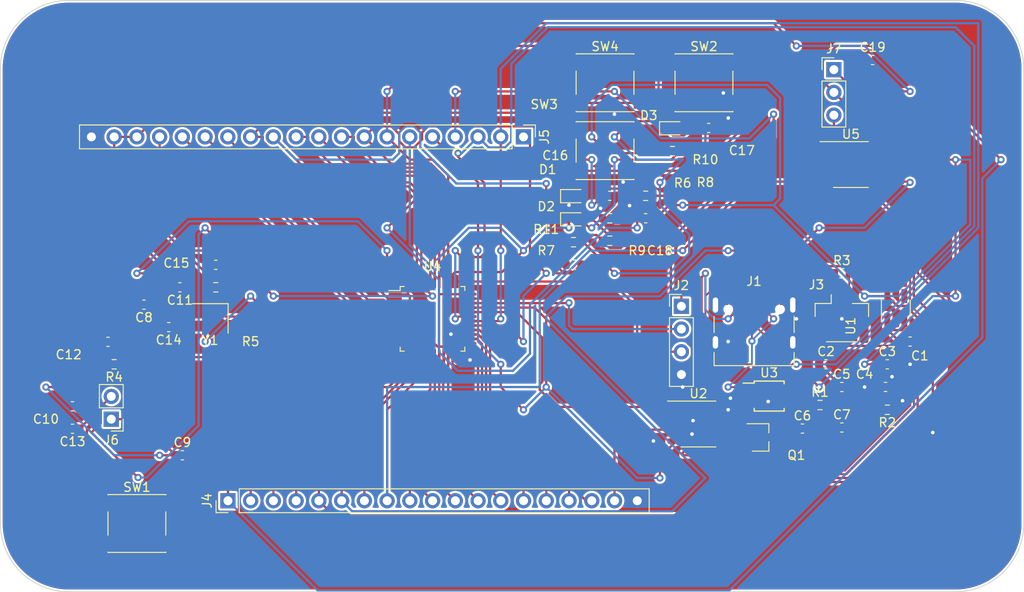
<source format=kicad_pcb>
(kicad_pcb (version 20211014) (generator pcbnew)
  (layers (0 "F.Cu" signal) (31 "B.Cu" signal) (34 "B.Paste" user) (35 "F.Paste" user) (36 "B.SilkS" user "B.Silkscreen") (37 "F.SilkS" user "F.Silkscreen") (38 "B.Mask" user) (39 "F.Mask" user) (44 "Edge.Cuts" user))
  (net 0 "")
  (net 1 "VBUS")
  (net 2 "GND")
  (net 3 "+3V3")
  (net 4 "/STM32_MinimumSystem/OSC_IN")
  (net 5 "/STM32_MinimumSystem/OSC_OUT")
  (net 6 "/STM32_MinimumSystem/PB4")
  (net 7 "/STM32_MinimumSystem/PB8")
  (net 8 "/STM32_MinimumSystem/PB9")
  (net 9 "/STM32_MinimumSystem/PA15")
  (net 10 "/STM32_MinimumSystem/PB3")
  (net 11 "/PORT&POWER/D+")
  (net 12 "/PORT&POWER/D-")
  (net 13 "/PORT&POWER/3V3_Debug")
  (net 14 "/STM32_MinimumSystem/PA13")
  (net 15 "/STM32_MinimumSystem/PA14")
  (net 16 "/PORT&POWER/CAN+")
  (net 17 "/PORT&POWER/CAN-")
  (net 18 "/STM32_MinimumSystem/PA0")
  (net 19 "/STM32_MinimumSystem/PA1")
  (net 20 "/STM32_MinimumSystem/PA2")
  (net 21 "/STM32_MinimumSystem/PA3")
  (net 22 "/STM32_MinimumSystem/PA4")
  (net 23 "/STM32_MinimumSystem/PA5")
  (net 24 "/STM32_MinimumSystem/PA6")
  (net 25 "/STM32_MinimumSystem/PA7")
  (net 26 "/STM32_MinimumSystem/PB0")
  (net 27 "/STM32_MinimumSystem/PB1")
  (net 28 "/STM32_MinimumSystem/PB2")
  (net 29 "/STM32_MinimumSystem/PB10")
  (net 30 "/STM32_MinimumSystem/PB11")
  (net 31 "/STM32_MinimumSystem/PB12")
  (net 32 "/STM32_MinimumSystem/PB13")
  (net 33 "/STM32_MinimumSystem/PB14")
  (net 34 "/STM32_MinimumSystem/PB15")
  (net 35 "/STM32_MinimumSystem/PA8")
  (net 36 "/STM32_MinimumSystem/PA9")
  (net 37 "/STM32_MinimumSystem/PA10")
  (net 38 "/STM32_MinimumSystem/PA11")
  (net 39 "/STM32_MinimumSystem/PA12")
  (net 40 "/STM32_MinimumSystem/PB5")
  (net 41 "/STM32_MinimumSystem/PB6")
  (net 42 "/STM32_MinimumSystem/PB7")
  (net 43 "/STM32_MinimumSystem/PC13")
  (net 44 "/STM32_MinimumSystem/PC14")
  (net 45 "/STM32_MinimumSystem/PC15")
  (net 46 "/STM32_MinimumSystem/BOOTO")
  (net 47 "Net-(Q1-Pad2)")
  (net 48 "Net-(C13-Pad1)")
  (net 49 "Net-(D1-Pad2)")
  (net 50 "Net-(D2-Pad2)")
  (net 51 "Net-(D3-Pad2)")
  (net 56 "Net-(J7-Pad1)")
  (net 57 "Net-(J7-Pad3)")
  (footprint "Button_Switch_SMD:SW_Push_1P1T_NO_6x6mm_H9.5mm" (layer "F.Cu") (at 136.11 57.415)
    (fp_text reference "SW3")
    (fp_text value "SW_Push")
  )
  (footprint "Resistor_SMD:R_0603_1608Metric" (layer "F.Cu") (at 132.59 67.64)
    (fp_text reference "R11")
    (fp_text value "1k")
  )
  (footprint "Resistor_SMD:R_0603_1608Metric" (layer "F.Cu") (at 162.56 71.12)
    (fp_text reference "R3")
    (fp_text value "120")
  )
  (footprint "Capacitor_SMD:C_0603_1608Metric" (layer "F.Cu") (at 147.69 54.88)
    (fp_text reference "C17")
    (fp_text value "100n")
  )
  (footprint "LED_SMD:LED_0603_1608Metric" (layer "F.Cu") (at 143.68 54.92)
    (fp_text reference "D3")
    (fp_text value "BLUE")
  )
  (footprint "Crystal:Crystal_SMD_3225-4Pin_3.2x2.5mm" (layer "F.Cu") (at 92.01 76.16 180)
    (fp_text reference "Y1")
    (fp_text value "12M")
  )
  (footprint "Connector_PinHeader_2.54mm:PinHeader_1x19_P2.54mm_Vertical" (layer "F.Cu") (at 93.99 96.52 90)
    (fp_text reference "J4")
    (fp_text value "Conn_01x19")
  )
  (footprint "Capacitor_SMD:C_0603_1608Metric" (layer "F.Cu") (at 136.64 62.46)
    (fp_text reference "C16")
    (fp_text value "100n")
  )
  (footprint "Package_SO:MSOP-10_3x3mm_P0.5mm" (layer "F.Cu") (at 154.44 84.83)
    (fp_text reference "U3")
    (fp_text value "CH340E")
  )
  (footprint "Connector_PinHeader_2.54mm:PinHeader_1x03_P2.54mm_Vertical" (layer "F.Cu") (at 161.67 48.37)
    (fp_text reference "J7")
    (fp_text value "Conn_01x03")
  )
  (footprint "Connector_PinHeader_2.54mm:PinHeader_1x20_P2.54mm_Vertical" (layer "F.Cu") (at 127 55.88 -90)
    (fp_text reference "J5")
    (fp_text value "Conn_01x20")
  )
  (footprint "Capacitor_SMD:C_0603_1608Metric" (layer "F.Cu") (at 160.795 81.28)
    (fp_text reference "C2")
    (fp_text value "100n")
  )
  (footprint "Package_TO_SOT_SMD:TSOT-23" (layer "F.Cu") (at 153.46 89.43)
    (fp_text reference "Q1")
    (fp_text value "Q_PMOS_DGS")
  )
  (footprint "Capacitor_SMD:C_0603_1608Metric" (layer "F.Cu") (at 162.56 88.34)
    (fp_text reference "C7")
    (fp_text value "100n")
  )
  (footprint "Capacitor_SMD:C_0603_1608Metric" (layer "F.Cu") (at 140.65 64.97)
    (fp_text reference "C18")
    (fp_text value "100n")
  )
  (footprint "Resistor_SMD:R_0603_1608Metric" (layer "F.Cu") (at 143.64 57.47)
    (fp_text reference "R10")
    (fp_text value "1k")
  )
  (footprint "Resistor_SMD:R_0603_1608Metric" (layer "F.Cu") (at 81.28 81.28 180)
    (fp_text reference "R4")
    (fp_text value "10k")
  )
  (footprint "Capacitor_SMD:C_0603_1608Metric" (layer "F.Cu") (at 76.63 85.97 180)
    (fp_text reference "C10")
    (fp_text value "100n")
  )
  (footprint "Capacitor_SMD:C_0603_1608Metric" (layer "F.Cu") (at 87.38 77.13 180)
    (fp_text reference "C14")
    (fp_text value "18P")
  )
  (footprint "Capacitor_SMD:C_0603_1608Metric" (layer "F.Cu") (at 84.61 74.62 180)
    (fp_text reference "C8")
    (fp_text value "100n")
  )
  (footprint "Resistor_SMD:R_0603_1608Metric" (layer "F.Cu") (at 140.65 62.46)
    (fp_text reference "R6")
    (fp_text value "1K")
  )
  (footprint "Package_TO_SOT_SMD:SOT-23-5_HandSoldering" (layer "F.Cu") (at 168.59 75.01 90)
    (fp_text reference "U1")
    (fp_text value "HX9193")
  )
  (footprint "Capacitor_SMD:C_0603_1608Metric" (layer "F.Cu") (at 92.63 70.17 180)
    (fp_text reference "C15")
    (fp_text value "18p")
  )
  (footprint "Resistor_SMD:R_0603_1608Metric" (layer "F.Cu") (at 132.59 70.15)
    (fp_text reference "R7")
    (fp_text value "1K")
  )
  (footprint "Capacitor_SMD:C_0603_1608Metric" (layer "F.Cu") (at 167.44 83.81)
    (fp_text reference "C4")
    (fp_text value "100n")
  )
  (footprint "Button_Switch_SMD:SW_Push_1P1T_NO_6x6mm_H9.5mm" (layer "F.Cu") (at 147.16 49.835)
    (fp_text reference "SW2")
    (fp_text value "SW_Push")
  )
  (footprint "Package_SO:SOP-8_3.9x4.9mm_P1.27mm" (layer "F.Cu") (at 163.57 58.97)
    (fp_text reference "U5")
    (fp_text value "AD8400ARZ50")
  )
  (footprint "Resistor_SMD:R_0603_1608Metric" (layer "F.Cu") (at 167.64 86.36 180)
    (fp_text reference "R2")
    (fp_text value "10k")
  )
  (footprint "Capacitor_SMD:C_0603_1608Metric" (layer "F.Cu") (at 170.18 78.74)
    (fp_text reference "C1")
    (fp_text value "10u")
  )
  (footprint "Capacitor_SMD:C_0603_1608Metric" (layer "F.Cu") (at 88.9 91.44)
    (fp_text reference "C9")
    (fp_text value "100n")
  )
  (footprint "Button_Switch_SMD:SW_Push_1P1T_NO_6x6mm_H9.5mm" (layer "F.Cu") (at 83.82 99.06)
    (fp_text reference "SW1")
    (fp_text value "SW_Push")
  )
  (footprint "Button_Switch_SMD:SW_Push_1P1T_NO_6x6mm_H9.5mm" (layer "F.Cu") (at 136.11 49.835)
    (fp_text reference "SW4")
    (fp_text value "SW_Push")
  )
  (footprint "Capacitor_SMD:C_0603_1608Metric" (layer "F.Cu") (at 162.56 83.82)
    (fp_text reference "C5")
    (fp_text value "100n")
  )
  (footprint "Connector_JST:JST_GH_SM02B-GHS-TB_1x02-1MP_P1.25mm_Horizontal" (layer "F.Cu") (at 162.56 76.2)
    (fp_text reference "J3")
    (fp_text value "Conn_01x02")
  )
  (footprint "Resistor_SMD:R_0603_1608Metric" (layer "F.Cu") (at 160.12 85.83)
    (fp_text reference "R1")
    (fp_text value "1k")
  )
  (footprint "Package_SO:SOIC-8_3.9x4.9mm_P1.27mm" (layer "F.Cu") (at 146.54 87.95)
    (fp_text reference "U2")
    (fp_text value "TJA1051T-3")
  )
  (footprint "Capacitor_SMD:C_0603_1608Metric" (layer "F.Cu") (at 158.16 88.46)
    (fp_text reference "C6")
    (fp_text value "100n")
  )
  (footprint "Package_QFP:LQFP-48_7x7mm_P0.5mm" (layer "F.Cu") (at 116.84 76.2)
    (fp_text reference "U4")
    (fp_text value "STM32F103C8T6")
  )
  (footprint "Capacitor_SMD:C_0603_1608Metric" (layer "F.Cu") (at 76.63 88.48 180)
    (fp_text reference "C13")
    (fp_text value "100n")
  )
  (footprint "Capacitor_SMD:C_0603_1608Metric" (layer "F.Cu") (at 166 47.3)
    (fp_text reference "C19")
    (fp_text value "100n")
  )
  (footprint "LED_SMD:LED_0603_1608Metric" (layer "F.Cu") (at 132.63 62.5)
    (fp_text reference "D1")
    (fp_text value "RED")
  )
  (footprint "Resistor_SMD:R_0603_1608Metric" (layer "F.Cu") (at 136.64 67.48)
    (fp_text reference "R9")
    (fp_text value "1k")
  )
  (footprint "Connector_USB:USB_C_Receptacle_Palconn_UTC16-G" (layer "F.Cu") (at 152.76 76.59)
    (fp_text reference "J1")
    (fp_text value "USB_C_Receptacle_USB2.0")
  )
  (footprint "Capacitor_SMD:C_0603_1608Metric" (layer "F.Cu") (at 88.62 72.68 180)
    (fp_text reference "C11")
    (fp_text value "100n")
  )
  (footprint "Connector_PinHeader_2.54mm:PinHeader_1x04_P2.54mm_Vertical" (layer "F.Cu") (at 144.64 74.8)
    (fp_text reference "J2")
    (fp_text value "Conn_01x04")
  )
  (footprint "Capacitor_SMD:C_0603_1608Metric" (layer "F.Cu") (at 167.64 81.28)
    (fp_text reference "C3")
    (fp_text value "10u")
  )
  (footprint "Connector_PinHeader_2.54mm:PinHeader_1x02_P2.54mm_Vertical" (layer "F.Cu") (at 80.96 87.41 180)
    (fp_text reference "J6")
    (fp_text value "Conn_01x02")
  )
  (footprint "Resistor_SMD:R_0603_1608Metric" (layer "F.Cu") (at 136.64 64.97)
    (fp_text reference "R8")
    (fp_text value "1K")
  )
  (footprint "LED_SMD:LED_0603_1608Metric" (layer "F.Cu") (at 132.63 65.09)
    (fp_text reference "D2")
    (fp_text value "GREEN")
  )
  (footprint "Capacitor_SMD:C_0603_1608Metric" (layer "F.Cu") (at 80.6 78.77 180)
    (fp_text reference "C12")
    (fp_text value "100n")
  )
  (footprint "Resistor_SMD:R_0603_1608Metric" (layer "F.Cu") (at 92.63 72.68 180)
    (fp_text reference "R5")
    (fp_text value "10K")
  )
  (gr_arc (start 76.2 106.68) (mid 70.811846 104.448154) (end 68.58 99.06) (layer "Edge.Cuts") (width 0.1))
  (gr_line (start 76.2 106.68) (end 175.26 106.68) (layer "Edge.Cuts") (width 0.1))
  (gr_line (start 182.88 99.06) (end 182.88 48.26) (layer "Edge.Cuts") (width 0.1))
  (gr_line (start 68.58 48.26) (end 68.58 48.26) (layer "Edge.Cuts") (width 0.1))
  (gr_line (start 175.26 40.64) (end 76.2 40.64) (layer "Edge.Cuts") (width 0.1))
  (gr_line (start 68.58 48.26) (end 68.58 99.06) (layer "Edge.Cuts") (width 0.1))
  (gr_arc (start 175.26 40.64) (mid 180.648154 42.871846) (end 182.88 48.26) (layer "Edge.Cuts") (width 0.1))
  (gr_arc (start 68.58 48.26) (mid 70.811846 42.871846) (end 76.2 40.64) (layer "Edge.Cuts") (width 0.1))
  (gr_arc (start 182.88 99.06) (mid 180.648154 104.448154) (end 175.26 106.68) (layer "Edge.Cuts") (width 0.1))
  (segment (start 155.16 74.08) (end 155.16 73.25) (width 0.25) (layer "F.Cu") (net 1))
  (segment (start 169.405 78.74) (end 168.92 79.225) (width 0.25) (layer "F.Cu") (net 1))
  (segment (start 160.945 85.83) (end 161.295 86.18) (width 0.25) (layer "F.Cu") (net 1))
  (segment (start 149.86 76.2) (end 150.545001 75.514999) (width 0.25) (layer "F.Cu") (net 1))
  (segment (start 150.535 74.255) (end 150.36 74.08) (width 0.25) (layer "F.Cu") (net 1))
  (segment (start 167.64 77.39) (end 167.715 77.465) (width 0.25) (layer "F.Cu") (net 1))
  (segment (start 161.785 83.045) (end 161.785 83.82) (width 0.25) (layer "F.Cu") (net 1))
  (segment (start 150.36 74.08) (end 150.36 73.675) (width 0.25) (layer "F.Cu") (net 1))
  (segment (start 137.17 95.103249) (end 137.16 95.093249) (width 0.25) (layer "F.Cu") (net 1))
  (segment (start 157.873173 73.175) (end 162.075 77.376827) (width 0.25) (layer "F.Cu") (net 1))
  (segment (start 169.54 77.165) (end 169.54 76.36) (width 0.25) (layer "F.Cu") (net 1))
  (segment (start 168.99 78.74) (end 169.405 78.74) (width 0.25) (layer "F.Cu") (net 1))
  (segment (start 169.24 77.465) (end 169.54 77.165) (width 0.25) (layer "F.Cu") (net 1))
  (segment (start 169.405 83.958604) (end 169.405 78.74) (width 0.25) (layer "F.Cu") (net 1))
  (segment (start 146.895 83.851396) (end 146.895 71.545) (width 0.25) (layer "F.Cu") (net 1))
  (segment (start 150.185 73.5) (end 150.185 73.175) (width 0.25) (layer "F.Cu") (net 1))
  (segment (start 145.206574 85.539822) (end 146.895 83.851396) (width 0.25) (layer "F.Cu") (net 1))
  (segment (start 154.985 73.175) (end 155.16 73.35) (width 0.25) (layer "F.Cu") (net 1))
  (segment (start 155.235 73.175) (end 157.873173 73.175) (width 0.25) (layer "F.Cu") (net 1))
  (segment (start 160.02 81.28) (end 161.785 83.045) (width 0.25) (layer "F.Cu") (net 1))
  (segment (start 142.765 86.968249) (end 143.043249 86.69) (width 0.25) (layer "F.Cu") (net 1))
  (segment (start 155.16 73.35) (end 155.16 74.08) (width 0.25) (layer "F.Cu") (net 1))
  (segment (start 143.688249 88.585) (end 142.765 87.661751) (width 0.25) (layer "F.Cu") (net 1))
  (segment (start 150.185 73.175) (end 154.985 73.175) (width 0.25) (layer "F.Cu") (net 1))
  (segment (start 150.545001 74.985) (end 150.535 74.974999) (width 0.25) (layer "F.Cu") (net 1))
  (segment (start 161.295 86.18) (end 162.56 86.18) (width 0.25) (layer "F.Cu") (net 1))
  (segment (start 162.075 79.225) (end 160.02 81.28) (width 0.25) (layer "F.Cu") (net 1))
  (segment (start 150.545001 75.514999) (end 150.545001 74.985) (width 0.25) (layer "F.Cu") (net 1))
  (segment (start 167.715 77.465) (end 169.24 77.465) (width 0.25) (layer "F.Cu") (net 1))
  (segment (start 144.065 88.585) (end 137.475 88.585) (width 0.25) (layer "F.Cu") (net 1))
  (segment (start 155.16 73.25) (end 155.235 73.175) (width 0.25) (layer "F.Cu") (net 1))
  (segment (start 142.765 87.661751) (end 142.765 86.968249) (width 0.25) (layer "F.Cu") (net 1))
  (segment (start 167.64 76.36) (end 167.64 77.39) (width 0.25) (layer "F.Cu") (net 1))
  (segment (start 137.17 96.52) (end 137.17 95.103249) (width 0.25) (layer "F.Cu") (net 1))
  (segment (start 144.065 88.585) (end 143.688249 88.585) (width 0.25) (layer "F.Cu") (net 1))
  (segment (start 163.18 85.56) (end 167.803604 85.56) (width 0.25) (layer "F.Cu") (net 1))
  (segment (start 167.64 77.39) (end 168.99 78.74) (width 0.25) (layer "F.Cu") (net 1))
  (segment (start 143.043249 86.69) (end 145.066751 86.69) (width 0.25) (layer "F.Cu") (net 1))
  (segment (start 145.066751 86.69) (end 145.365 86.391751) (width 0.25) (layer "F.Cu") (net 1))
  (segment (start 137.475 88.585) (end 137.16 88.9) (width 0.25) (layer "F.Cu") (net 1))
  (segment (start 150.36 73.675) (end 150.185 73.5) (width 0.25) (layer "F.Cu") (net 1))
  (segment (start 167.803604 85.56) (end 169.405 83.958604) (width 0.25) (layer "F.Cu") (net 1))
  (segment (start 150.535 74.974999) (end 150.535 74.255) (width 0.25) (layer "F.Cu") (net 1))
  (segment (start 137.16 95.093249) (end 137.16 88.9) (width 0.25) (layer "F.Cu") (net 1))
  (segment (start 145.365 85.698249) (end 145.206574 85.539822) (width 0.25) (layer "F.Cu") (net 1))
  (segment (start 145.365 86.391751) (end 145.365 85.698249) (width 0.25) (layer "F.Cu") (net 1))
  (segment (start 162.56 86.18) (end 163.18 85.56) (width 0.25) (layer "F.Cu") (net 1))
  (segment (start 146.895 71.545) (end 147.32 71.12) (width 0.25) (layer "F.Cu") (net 1))
  (segment (start 162.075 77.376827) (end 162.075 79.225) (width 0.25) (layer "F.Cu") (net 1))
  (segment (start 168.92 79.225) (end 162.075 79.225) (width 0.25) (layer "F.Cu") (net 1))
  (via (at 147.32 71.12) (size 0.8) (drill 0.4) (layers "F.Cu" "B.Cu") (net 1))
  (via (at 149.86 76.2) (size 0.8) (drill 0.4) (layers "F.Cu" "B.Cu") (net 1))
  (segment (start 148.333984 76.2) (end 149.86 76.2) (width 0.25) (layer "B.Cu") (net 1))
  (segment (start 147.32 71.12) (end 147.32 75.186016) (width 0.25) (layer "B.Cu") (net 1))
  (segment (start 147.32 75.186016) (end 148.333984 76.2) (width 0.25) (layer "B.Cu") (net 1))
  (segment (start 145.681338 87.315) (end 145.939104 87.572766) (width 0.25) (layer "F.Cu") (net 2))
  (segment (start 141.510677 89.847857) (end 142.148534 89.21) (width 0.25) (layer "F.Cu") (net 2))
  (segment (start 145.939104 88.961138) (end 145.825121 89.075121) (width 0.25) (layer "F.Cu") (net 2))
  (segment (start 144.065 87.315) (end 145.681338 87.315) (width 0.25) (layer "F.Cu") (net 2))
  (segment (start 152.24 84.83) (end 150.345399 84.83) (width 0.25) (layer "F.Cu") (net 2))
  (segment (start 150.345399 84.83) (end 150.114026 85.061373) (width 0.25) (layer "F.Cu") (net 2))
  (segment (start 142.148534 89.21) (end 145.690242 89.21) (width 0.25) (layer "F.Cu") (net 2))
  (segment (start 145.939104 87.572766) (end 145.939104 88.961138) (width 0.25) (layer "F.Cu") (net 2))
  (segment (start 145.690242 89.21) (end 145.825121 89.075121) (width 0.25) (layer "F.Cu") (net 2))
  (via (at 138.133062 60.91707) (size 0.8) (drill 0.4) (layers "F.Cu" "B.Cu") (net 2))
  (via (at 170.18 81.28) (size 0.8) (drill 0.4) (layers "F.Cu" "B.Cu") (net 2))
  (via (at 145.939104 87.572766) (size 0.8) (drill 0.4) (layers "F.Cu" "B.Cu") (net 2))
  (via (at 135.610937 63.85776) (size 0.8) (drill 0.4) (layers "F.Cu" "B.Cu") (net 2))
  (via (at 132.08 63.5) (size 0.8) (drill 0.4) (layers "F.Cu" "B.Cu") (net 2))
  (via (at 154.331878 85.437009) (size 0.8) (drill 0.4) (layers "F.Cu" "B.Cu") (net 2))
  (via (at 169.340714 85.345932) (size 0.8) (drill 0.4) (layers "F.Cu" "B.Cu") (net 2))
  (via (at 165.1 83.82) (size 0.8) (drill 0.4) (layers "F.Cu" "B.Cu") (net 2))
  (via (at 137.16 53.34) (size 0.8) (drill 0.4) (layers "F.Cu" "B.Cu") (net 2))
  (via (at 150.114026 85.061373) (size 0.8) (drill 0.4) (layers "F.Cu" "B.Cu") (net 2))
  (via (at 141.510677 89.847857) (size 0.8) (drill 0.4) (layers "F.Cu" "B.Cu") (net 2))
  (via (at 149.872508 53.774664) (size 0.8) (drill 0.4) (layers "F.Cu" "B.Cu") (net 2))
  (via (at 145.825121 89.075121) (size 0.8) (drill 0.4) (layers "F.Cu" "B.Cu") (net 2))
  (via (at 172.72 88.9) (size 0.8) (drill 0.4) (layers "F.Cu" "B.Cu") (net 2))
  (via (at 149.86 78.74) (size 0.8) (drill 0.4) (layers "F.Cu" "B.Cu") (net 2))
  (via (at 162.56 76.2) (size 0.8) (drill 0.4) (layers "F.Cu" "B.Cu") (net 2))
  (via (at 168.16253 82.669975) (size 0.8) (drill 0.4) (layers "F.Cu" "B.Cu") (net 2))
  (via (at 118.89894 77.910273) (size 0.8) (drill 0.4) (layers "F.Cu" "B.Cu") (net 2))
  (via (at 144.78 83.82) (size 0.8) (drill 0.4) (layers "F.Cu" "B.Cu") (net 2))
  (via (at 157.48 76.2) (size 0.8) (drill 0.4) (layers "F.Cu" "B.Cu") (net 2))
  (via (at 149.86 86.36) (size 0.8) (drill 0.4) (layers "F.Cu" "B.Cu") (net 2))
  (via (at 149.325153 50.973495) (size 0.8) (drill 0.4) (layers "F.Cu" "B.Cu") (net 2))
  (via (at 138.852136 63.557252) (size 0.8) (drill 0.4) (layers "F.Cu" "B.Cu") (net 2))
  (via (at 121.025629 80.793462) (size 0.8) (drill 0.4) (layers "F.Cu" "B.Cu") (net 2))
  (segment (start 149.872508 51.52085) (end 149.872508 53.774664) (width 0.25) (layer "B.Cu") (net 2))
  (segment (start 149.325153 50.973495) (end 149.872508 51.52085) (width 0.25) (layer "B.Cu") (net 2))
  (segment (start 165.1 47.425) (end 165.225 47.3) (width 0.25) (layer "F.Cu") (net 3))
  (segment (start 79.813604 79.57) (end 80.45 79.57) (width 0.25) (layer "F.Cu") (net 3))
  (segment (start 87.455 74.62) (end 85.385 74.62) (width 0.25) (layer "F.Cu") (net 3))
  (segment (start 77.405 85.97) (end 78.29 85.085) (width 0.25) (layer "F.Cu") (net 3))
  (segment (start 88.125 91.44) (end 84.095 87.41) (width 0.25) (layer "F.Cu") (net 3))
  (segment (start 135.815 67.48) (end 136.615 68.28) (width 0.25) (layer "F.Cu") (net 3))
  (segment (start 114.3 76.630685) (end 113.480685 77.45) (width 0.25) (layer "F.Cu") (net 3))
  (segment (start 114.09 72.0375) (end 114.09 73.45) (width 0.25) (layer "F.Cu") (net 3))
  (segment (start 81.25 78.77) (end 81.375 78.77) (width 0.25) (layer "F.Cu") (net 3))
  (segment (start 139.825 62.46) (end 140.167817 62.46) (width 0.25) (layer "F.Cu") (net 3))
  (segment (start 115.55 77.45) (end 112.6775 77.45) (width 0.25) (layer "F.Cu") (net 3))
  (segment (start 117.4 79.3) (end 115.55 77.45) (width 0.25) (layer "F.Cu") (net 3))
  (segment (start 114.09 72.0375) (end 111.76 69.7075) (width 0.25) (layer "F.Cu") (net 3))
  (segment (start 140.167817 62.46) (end 142.24 64.532183) (width 0.25) (layer "F.Cu") (net 3))
  (segment (start 167.64 73.66) (end 168.745 74.765) (width 0.25) (layer "F.Cu") (net 3))
  (segment (start 81.28 64.862183) (end 89.097817 72.68) (width 0.25) (layer "F.Cu") (net 3))
  (segment (start 158.185 89.26) (end 157.385 88.46) (width 0.25) (layer "F.Cu") (net 3))
  (segment (start 166.421751 59.605) (end 167.345 58.681751) (width 0.25) (layer "F.Cu") (net 3))
  (segment (start 165.855 84.62) (end 166.665 83.81) (width 0.25) (layer "F.Cu") (net 3))
  (segment (start 149.015 89.855) (end 149.015 90.595) (width 0.25) (layer "F.Cu") (net 3))
  (segment (start 162.912463 93.13) (end 167.391232 88.651231) (width 0.25) (layer "F.Cu") (net 3))
  (segment (start 131.765 70.15) (end 131.765 67.64) (width 0.25) (layer "F.Cu") (net 3))
  (segment (start 160.865 89.26) (end 158.185 89.26) (width 0.25) (layer "F.Cu") (net 3))
  (segment (start 143.272183 63.5) (end 142.24 64.532183) (width 0.25) (layer "F.Cu") (net 3))
  (segment (start 172.72 81.28) (end 170.18 83.82) (width 0.25) (layer "F.Cu") (net 3))
  (segment (start 82.105 81.28) (end 82.33 81.505) (width 0.25) (layer "F.Cu") (net 3))
  (segment (start 82.33 81.505) (end 82.33 87.41) (width 0.25) (layer "F.Cu") (net 3))
  (segment (start 158.28 84.62) (end 165.855 84.62) (width 0.25) (layer "F.Cu") (net 3))
  (segment (start 121.0025 73.45) (end 117.565 73.45) (width 0.25) (layer "F.Cu") (net 3))
  (segment (start 154.94 43.18) (end 157.48 45.72) (width 0.25) (layer "F.Cu") (net 3))
  (segment (start 165.1 48.26) (end 165.1 47.425) (width 0.25) (layer "F.Cu") (net 3))
  (segment (start 85.385 74.76) (end 81.375 78.77) (width 0.25) (layer "F.Cu") (net 3))
  (segment (start 132.565 66.84) (end 135.175 66.84) (width 0.25) (layer "F.Cu") (net 3))
  (segment (start 162.585 89.14) (end 164.86 89.14) (width 0.25) (layer "F.Cu") (net 3))
  (segment (start 78.29 85.085) (end 78.29 84.27) (width 0.25) (layer "F.Cu") (net 3))
  (segment (start 167.64 50.8) (end 167.345 51.095) (width 0.25) (layer "F.Cu") (net 3))
  (segment (start 84.095 87.41) (end 80.96 87.41) (width 0.25) (layer "F.Cu") (net 3))
  (segment (start 114.3 73.66) (end 114.3 76.630685) (width 0.25) (layer "F.Cu") (net 3))
  (segment (start 157.64 83.83) (end 156.64 83.83) (width 0.25) (layer "F.Cu") (net 3))
  (segment (start 87.455 74.62) (end 89.395 72.68) (width 0.25) (layer "F.Cu") (net 3))
  (segment (start 111.76 69.7075) (end 111.76 68.58) (width 0.25) (layer "F.Cu") (net 3))
  (segment (start 161.785 88.34) (end 162.585 89.14) (width 0.25) (layer "F.Cu") (net 3))
  (segment (start 83.82 55.88) (end 93.98 45.72) (width 0.25) (layer "F.Cu") (net 3))
  (segment (start 89.097817 72.68) (end 89.395 72.68) (width 0.25) (layer "F.Cu") (net 3))
  (segment (start 166.421751 59.605) (end 167.606751 58.42) (width 0.25) (layer "F.Cu") (net 3))
  (segment (start 166.902462 89.14) (end 170.18 85.862462) (width 0.25) (layer "F.Cu") (net 3))
  (segment (start 142.815 57.47) (end 142.59 57.695) (width 0.25) (layer "F.Cu") (net 3))
  (segment (start 166.865 83.61) (end 166.865 81.28) (width 0.25) (layer "F.Cu") (net 3))
  (segment (start 167.345 58.681751) (end 167.345 51.095) (width 0.25) (layer "F.Cu") (net 3))
  (segment (start 167.345 50.505) (end 165.1 48.26) (width 0.25) (layer "F.Cu") (net 3))
  (segment (start 114.115 73.475) (end 112.180685 73.475) (width 0.25) (layer "F.Cu") (net 3))
  (segment (start 135.175 66.84) (end 135.815 67.48) (width 0.25) (layer "F.Cu") (net 3))
  (segment (start 117.565 73.45) (end 117.565 79.3) (width 0.25) (layer "F.Cu") (net 3))
  (segment (start 116.84 43.18) (end 154.94 43.18) (width 0.25) (layer "F.Cu") (net 3))
  (segment (start 172.72 77.785) (end 172.72 81.28) (width 0.25) (layer "F.Cu") (net 3))
  (segment (start 166.665 83.81) (end 166.865 83.61) (width 0.25) (layer "F.Cu") (net 3))
  (segment (start 142.59 57.695) (end 136.435 57.695) (width 0.25) (layer "F.Cu") (net 3))
  (segment (start 73.66 83.82) (end 77.84 83.82) (width 0.25) (layer "F.Cu") (net 3))
  (segment (start 136.615 68.28) (end 137.882462 68.28) (width 0.25) (layer "F.Cu") (net 3))
  (segment (start 157.665 85.305) (end 157.665 84.005) (width 0.25) (layer "F.Cu") (net 3))
  (segment (start 156.415 89.43) (end 154.77 89.43) (width 0.25) (layer "F.Cu") (net 3))
  (segment (start 166.195 59.605) (end 166.421751 59.605) (width 0.25) (layer "F.Cu") (net 3))
  (segment (start 149.015 90.595) (end 151.55 93.13) (width 0.25) (layer "F.Cu") (net 3))
  (segment (start 157.665 84.005) (end 158.28 84.62) (width 0.25) (layer "F.Cu") (net 3))
  (segment (start 83.82 55.88) (end 81.28 55.88) (width 0.25) (layer "F.Cu") (net 3))
  (segment (start 81.28 55.88) (end 81.28 64.862183) (width 0.25) (layer "F.Cu") (net 3))
  (segment (start 167.64 73.66) (end 165.1 73.66) (width 0.25) (layer "F.Cu") (net 3))
  (segment (start 157.385 88.46) (end 156.415 89.43) (width 0.25) (layer "F.Cu") (net 3))
  (segment (start 78.29 84.27) (end 78.29 81.093604) (width 0.25) (layer "F.Cu") (net 3))
  (segment (start 114.3 45.72) (end 116.84 43.18) (width 0.25) (layer "F.Cu") (net 3))
  (segment (start 138.757538 62.46) (end 136.247538 64.97) (width 0.25) (layer "F.Cu") (net 3))
  (segment (start 169.7 74.765) (end 172.72 77.785) (width 0.25) (layer "F.Cu") (net 3))
  (segment (start 167.606751 58.42) (end 175.26 58.42) (width 0.25) (layer "F.Cu") (net 3))
  (segment (start 157.64 85.33) (end 157.665 85.305) (width 0.25) (layer "F.Cu") (net 3))
  (segment (start 157.665 84.005) (end 157.665 83.855) (width 0.25) (layer "F.Cu") (net 3))
  (segment (start 175.26 73.66) (end 175.26 58.42) (width 0.25) (layer "F.Cu") (net 3))
  (segment (start 80.45 79.57) (end 81.25 78.77) (width 0.25) (layer "F.Cu") (net 3))
  (segment (start 78.29 81.093604) (end 79.813604 79.57) (width 0.25) (layer "F.Cu") (net 3))
  (segment (start 151.55 93.13) (end 162.912463 93.13) (width 0.25) (layer "F.Cu") (net 3))
  (segment (start 170.18 85.862462) (end 170.18 83.82) (width 0.25) (layer "F.Cu") (net 3))
  (segment (start 117.565 79.3) (end 119.330685 79.3) (width 0.25) (layer "F.Cu") (net 3))
  (segment (start 139.825 62.46) (end 138.757538 62.46) (width 0.25) (layer "F.Cu") (net 3))
  (segment (start 137.882462 68.28) (end 138.708769 67.453693) (width 0.25) (layer "F.Cu") (net 3))
  (segment (start 114.3 73.66) (end 114.115 73.475) (width 0.25) (layer "F.Cu") (net 3))
  (segment (start 93.98 45.72) (end 114.3 45.72) (width 0.25) (layer "F.Cu") (net 3))
  (segment (start 77.84 83.82) (end 78.29 84.27) (width 0.25) (layer "F.Cu") (net 3))
  (segment (start 161.785 88.34) (end 160.865 89.26) (width 0.25) (layer "F.Cu") (net 3))
  (segment (start 166.865 81.28) (end 165.1 81.28) (width 0.25) (layer "F.Cu") (net 3))
  (segment (start 87.835 71.12) (end 89.395 72.68) (width 0.25) (layer "F.Cu") (net 3))
  (segment (start 164.86 89.14) (end 166.902462 89.14) (width 0.25) (layer "F.Cu") (net 3))
  (segment (start 88.125 91.44) (end 86.36 91.44) (width 0.25) (layer "F.Cu") (net 3))
  (segment (start 140.826307 67.453693) (end 138.708769 67.453693) (width 0.25) (layer "F.Cu") (net 3))
  (segment (start 167.345 51.095) (end 167.345 50.505) (width 0.25) (layer "F.Cu") (net 3))
  (segment (start 156.64 85.33) (end 157.64 85.33) (width 0.25) (layer "F.Cu") (net 3))
  (segment (start 168.745 74.765) (end 169.7 74.765) (width 0.25) (layer "F.Cu") (net 3))
  (segment (start 142.24 66.04) (end 140.826307 67.453693) (width 0.25) (layer "F.Cu") (net 3))
  (segment (start 136.435 57.695) (end 134.62 55.88) (width 0.25) (layer "F.Cu") (net 3))
  (segment (start 157.665 83.855) (end 157.64 83.83) (width 0.25) (layer "F.Cu") (net 3))
  (segment (start 144.78 63.5) (end 143.272183 63.5) (width 0.25) (layer "F.Cu") (net 3))
  (segment (start 170.18 50.8) (end 167.64 50.8) (width 0.25) (layer "F.Cu") (net 3))
  (segment (start 142.24 64.532183) (end 142.24 66.04) (width 0.25) (layer "F.Cu") (net 3))
  (segment (start 119.59 80.3625) (end 119.59 79.559315) (width 0.25) (layer "F.Cu") (net 3))
  (segment (start 119.59 79.559315) (end 119.330685 79.3) (width 0.25) (layer "F.Cu") (net 3))
  (segment (start 114.09 73.45) (end 114.3 73.66) (width 0.25) (layer "F.Cu") (net 3))
  (segment (start 131.765 67.64) (end 132.565 66.84) (width 0.25) (layer "F.Cu") (net 3))
  (segment (start 136.247538 64.97) (end 135.815 64.97) (width 0.25) (layer "F.Cu") (net 3))
  (segment (start 85.385 74.62) (end 85.385 74.76) (width 0.25) (layer "F.Cu") (net 3))
  (segment (start 113.480685 77.45) (end 112.6775 77.45) (width 0.25) (layer "F.Cu") (net 3))
  (segment (start 119.330685 79.3) (end 117.4 79.3) (width 0.25) (layer "F.Cu") (net 3))
  (segment (start 83.82 71.12) (end 87.835 71.12) (width 0.25) (layer "F.Cu") (net 3))
  (via (at 111.76 68.58) (size 0.8) (drill 0.4) (layers "F.Cu" "B.Cu") (net 3))
  (via (at 165.1 73.66) (size 0.8) (drill 0.4) (layers "F.Cu" "B.Cu") (net 3))
  (via (at 175.26 73.66) (size 0.8) (drill 0.4) (layers "F.Cu" "B.Cu") (net 3))
  (via (at 86.36 91.44) (size 0.8) (drill 0.4) (layers "F.Cu" "B.Cu") (net 3))
  (via (at 165.1 81.28) (size 0.8) (drill 0.4) (layers "F.Cu" "B.Cu") (net 3))
  (via (at 157.48 45.72) (size 0.8) (drill 0.4) (layers "F.Cu" "B.Cu") (net 3))
  (via (at 144.78 63.5) (size 0.8) (drill 0.4) (layers "F.Cu" "B.Cu") (net 3))
  (via (at 170.18 50.8) (size 0.8) (drill 0.4) (layers "F.Cu" "B.Cu") (net 3))
  (via (at 83.82 71.12) (size 0.8) (drill 0.4) (layers "F.Cu" "B.Cu") (net 3))
  (via (at 73.66 83.82) (size 0.8) (drill 0.4) (layers "F.Cu" "B.Cu") (net 3))
  (via (at 134.62 55.88) (size 0.8) (drill 0.4) (layers "F.Cu" "B.Cu") (net 3))
  (via (at 175.26 58.42) (size 0.8) (drill 0.4) (layers "F.Cu" "B.Cu") (net 3))
  (segment (start 154.94 63.5) (end 144.78 63.5) (width 0.25) (layer "B.Cu") (net 3))
  (segment (start 108.495 65.315) (end 89.625 65.315) (width 0.25) (layer "B.Cu") (net 3))
  (segment (start 136.859695 50.075) (end 154.215 50.075) (width 0.25) (layer "B.Cu") (net 3))
  (segment (start 155.665 62.775) (end 154.94 63.5) (width 0.25) (layer "B.Cu") (net 3))
  (segment (start 134.62 55.88) (end 134.62 52.314695) (width 0.25) (layer "B.Cu") (net 3))
  (segment (start 176.9 58.42) (end 175.26 58.42) (width 0.25) (layer "B.Cu") (net 3))
  (segment (start 165.1 73.66) (end 168.907208 73.66) (width 0.25) (layer "B.Cu") (net 3))
  (segment (start 176.9 65.667208) (end 176.9 58.42) (width 0.25) (layer "B.Cu") (net 3))
  (segment (start 134.62 52.314695) (end 136.859695 50.075) (width 0.25) (layer "B.Cu") (net 3))
  (segment (start 174.623604 67.943604) (end 176.9 65.667208) (width 0.25) (layer "B.Cu") (net 3))
  (segment (start 81.28 91.44) (end 73.66 83.82) (width 0.25) (layer "B.Cu") (net 3))
  (segment (start 111.76 68.58) (end 108.495 65.315) (width 0.25) (layer "B.Cu") (net 3))
  (segment (start 165.1 45.72) (end 170.18 50.8) (width 0.25) (layer "B.Cu") (net 3))
  (segment (start 86.36 91.44) (end 81.28 91.44) (width 0.25) (layer "B.Cu") (net 3))
  (segment (start 157.48 45.72) (end 165.1 45.72) (width 0.25) (layer "B.Cu") (net 3))
  (segment (start 155.665 51.525) (end 155.665 62.775) (width 0.25) (layer "B.Cu") (net 3))
  (segment (start 172.72 73.66) (end 175.26 73.66) (width 0.25) (layer "B.Cu") (net 3))
  (segment (start 165.1 81.28) (end 172.72 73.66) (width 0.25) (layer "B.Cu") (net 3))
  (segment (start 168.907208 73.66) (end 174.623604 67.943604) (width 0.25) (layer "B.Cu") (net 3))
  (segment (start 89.625 65.315) (end 83.82 71.12) (width 0.25) (layer "B.Cu") (net 3))
  (segment (start 154.215 50.075) (end 155.665 51.525) (width 0.25) (layer "B.Cu") (net 3))
  (segment (start 165.1 73.66) (end 154.94 63.5) (width 0.25) (layer "B.Cu") (net 3))
  (segment (start 98.31 75.45) (end 96.52 73.66) (width 0.25) (layer "F.Cu") (net 4))
  (segment (start 88.275 77.01) (end 90.91 77.01) (width 0.25) (layer "F.Cu") (net 4))
  (segment (start 91.44 77.54) (end 90.91 77.01) (width 0.25) (layer "F.Cu") (net 4))
  (segment (start 112.6775 75.45) (end 98.31 75.45) (width 0.25) (layer "F.Cu") (net 4))
  (segment (start 88.155 77.13) (end 88.275 77.01) (width 0.25) (layer "F.Cu") (net 4))
  (segment (start 91.44 78.74) (end 91.44 77.54) (width 0.25) (layer "F.Cu") (net 4))
  (via (at 96.52 73.66) (size 0.8) (drill 0.4) (layers "F.Cu" "B.Cu") (net 4))
  (via (at 91.44 78.74) (size 0.8) (drill 0.4) (layers "F.Cu" "B.Cu") (net 4))
  (segment (start 96.52 73.66) (end 91.44 78.74) (width 0.25) (layer "B.Cu") (net 4))
  (segment (start 93.565 71.88) (end 91.855 70.17) (width 0.25) (layer "F.Cu") (net 5))
  (segment (start 112.6775 75.95) (end 93.75 75.95) (width 0.25) (layer "F.Cu") (net 5))
  (segment (start 93.11 75.31) (end 94.18 74.24) (width 0.25) (layer "F.Cu") (net 5))
  (segment (start 94.18 72.187538) (end 93.872462 71.88) (width 0.25) (layer "F.Cu") (net 5))
  (segment (start 94.18 74.24) (end 94.18 72.187538) (width 0.25) (layer "F.Cu") (net 5))
  (segment (start 93.872462 71.88) (end 93.565 71.88) (width 0.25) (layer "F.Cu") (net 5))
  (segment (start 93.75 75.95) (end 93.11 75.31) (width 0.25) (layer "F.Cu") (net 5))
  (segment (start 136.665 61.66) (end 140.675 61.66) (width 0.25) (layer "F.Cu") (net 6))
  (segment (start 134.825 63.5) (end 135.865 62.46) (width 0.25) (layer "F.Cu") (net 6))
  (segment (start 109.22 55.88) (end 110.395 54.705) (width 0.25) (layer "F.Cu") (net 6))
  (segment (start 151.135 55.241396) (end 143.916396 62.46) (width 0.25) (layer "F.Cu") (net 6))
  (segment (start 116.653604 58.87) (end 118.09 60.306396) (width 0.25) (layer "F.Cu") (net 6))
  (segment (start 134.62 63.5) (end 134.825 63.5) (width 0.25) (layer "F.Cu") (net 6))
  (segment (start 114.786701 57.055) (end 115.665 56.176701) (width 0.25) (layer "F.Cu") (net 6))
  (segment (start 140.675 61.66) (end 141.475 62.46) (width 0.25) (layer "F.Cu") (net 6))
  (segment (start 112.246701 54.705) (end 113.125 55.583299) (width 0.25) (layer "F.Cu") (net 6))
  (segment (start 151.135 52.085) (end 151.135 55.241396) (width 0.25) (layer "F.Cu") (net 6))
  (segment (start 112.21 58.87) (end 116.653604 58.87) (width 0.25) (layer "F.Cu") (net 6))
  (segment (start 109.22 55.88) (end 112.21 58.87) (width 0.25) (layer "F.Cu") (net 6))
  (segment (start 115.665 56.176701) (end 115.665 55.393299) (width 0.25) (layer "F.Cu") (net 6))
  (segment (start 115.665 55.393299) (end 116.353299 54.705) (width 0.25) (layer "F.Cu") (net 6))
  (segment (start 143.185 52.085) (end 151.135 52.085) (width 0.25) (layer "F.Cu") (net 6))
  (segment (start 133.315 58.42) (end 134.62 58.42) (width 0.25) (layer "F.Cu") (net 6))
  (segment (start 129.6 54.705) (end 133.315 58.42) (width 0.25) (layer "F.Cu") (net 6))
  (segment (start 113.813299 57.055) (end 114.786701 57.055) (width 0.25) (layer "F.Cu") (net 6))
  (segment (start 143.916396 62.46) (end 141.475 62.46) (width 0.25) (layer "F.Cu") (net 6))
  (segment (start 116.353299 54.705) (end 129.6 54.705) (width 0.25) (layer "F.Cu") (net 6))
  (segment (start 113.125 56.366701) (end 113.813299 57.055) (width 0.25) (layer "F.Cu") (net 6))
  (segment (start 118.09 60.306396) (end 118.09 72.0375) (width 0.25) (layer "F.Cu") (net 6))
  (segment (start 113.125 55.583299) (end 113.125 56.366701) (width 0.25) (layer "F.Cu") (net 6))
  (segment (start 135.865 62.46) (end 136.665 61.66) (width 0.25) (layer "F.Cu") (net 6))
  (segment (start 110.395 54.705) (end 112.246701 54.705) (width 0.25) (layer "F.Cu") (net 6))
  (via (at 134.62 63.5) (size 0.8) (drill 0.4) (layers "F.Cu" "B.Cu") (net 6))
  (via (at 134.62 58.42) (size 0.8) (drill 0.4) (layers "F.Cu" "B.Cu") (net 6))
  (segment (start 134.62 58.42) (end 134.62 63.5) (width 0.25) (layer "B.Cu") (net 6))
  (segment (start 146.075 59.665) (end 147.32 58.42) (width 0.25) (layer "F.Cu") (net 7))
  (segment (start 129.54 69.945) (end 130.715 71.12) (width 0.25) (layer "F.Cu") (net 7))
  (segment (start 147.32 58.42) (end 147.32 55.285) (width 0.25) (layer "F.Cu") (net 7))
  (segment (start 131.347538 70.95) (end 129.54 69.142462) (width 0.25) (layer "F.Cu") (net 7))
  (segment (start 115.59 62.25) (end 115.59 72.0375) (width 0.25) (layer "F.Cu") (net 7))
  (segment (start 129.54 62.26) (end 132.135 59.665) (width 0.25) (layer "F.Cu") (net 7))
  (segment (start 132.445 71.12) (end 133.415 70.15) (width 0.25) (layer "F.Cu") (net 7))
  (segment (start 114.3 60.96) (end 115.59 62.25) (width 0.25) (layer "F.Cu") (net 7))
  (segment (start 132.135 59.665) (end 140.085 59.665) (width 0.25) (layer "F.Cu") (net 7))
  (segment (start 130.715 71.12) (end 132.445 71.12) (width 0.25) (layer "F.Cu") (net 7))
  (segment (start 104.14 60.96) (end 114.3 60.96) (width 0.25) (layer "F.Cu") (net 7))
  (segment (start 129.54 62.26) (end 129.54 61.085971) (width 0.25) (layer "F.Cu") (net 7))
  (segment (start 129.54 63.5) (end 129.54 69.945) (width 0.25) (layer "F.Cu") (net 7))
  (segment (start 99.06 55.88) (end 104.14 60.96) (width 0.25) (layer "F.Cu") (net 7))
  (segment (start 129.54 61.085971) (end 129.54 60.96) (width 0.25) (layer "F.Cu") (net 7))
  (segment (start 140.085 59.665) (end 146.075 59.665) (width 0.25) (layer "F.Cu") (net 7))
  (segment (start 129.54 69.142462) (end 129.54 62.26) (width 0.25) (layer "F.Cu") (net 7))
  (segment (start 132.615 70.95) (end 131.347538 70.95) (width 0.25) (layer "F.Cu") (net 7))
  (segment (start 147.32 55.285) (end 146.915 54.88) (width 0.25) (layer "F.Cu") (net 7))
  (segment (start 133.415 70.15) (end 132.615 70.95) (width 0.25) (layer "F.Cu") (net 7))
  (via (at 129.54 61.085971) (size 0.8) (drill 0.4) (layers "F.Cu" "B.Cu") (net 7))
  (segment (start 101.6 58.42) (end 99.06 55.88) (width 0.25) (layer "B.Cu") (net 7))
  (segment (start 114.786701 54.705) (end 113.813299 54.705) (width 0.25) (layer "B.Cu") (net 7))
  (segment (start 129.54 61.085971) (end 119.505971 61.085971) (width 0.25) (layer "B.Cu") (net 7))
  (segment (start 115.475 57.055) (end 115.475 55.393299) (width 0.25) (layer "B.Cu") (net 7))
  (segment (start 119.505971 61.085971) (end 115.475 57.055) (width 0.25) (layer "B.Cu") (net 7))
  (segment (start 113.125 55.393299) (end 113.125 57.695) (width 0.25) (layer "B.Cu") (net 7))
  (segment (start 112.4 58.42) (end 101.6 58.42) (width 0.25) (layer "B.Cu") (net 7))
  (segment (start 113.813299 54.705) (end 113.125 55.393299) (width 0.25) (layer "B.Cu") (net 7))
  (segment (start 115.475 55.393299) (end 114.786701 54.705) (width 0.25) (layer "B.Cu") (net 7))
  (segment (start 113.125 57.695) (end 112.4 58.42) (width 0.25) (layer "B.Cu") (net 7))
  (segment (start 96.52 55.88) (end 97.885 55.88) (width 0.25) (layer "F.Cu") (net 8))
  (segment (start 139.875 64.97) (end 139.7 65.145) (width 0.25) (layer "F.Cu") (net 8))
  (segment (start 132.135 52.085) (end 140.085 52.085) (width 0.25) (layer "F.Cu") (net 8))
  (segment (start 131.035 53.185) (end 99.215 53.185) (width 0.25) (layer "F.Cu") (net 8))
  (segment (start 97.885 56.366701) (end 102.928299 61.41) (width 0.25) (layer "F.Cu") (net 8))
  (segment (start 139.7 65.145) (end 139.7 66.04) (width 0.25) (layer "F.Cu") (net 8))
  (segment (start 132.135 52.085) (end 131.035 53.185) (width 0.25) (layer "F.Cu") (net 8))
  (segment (start 115.09 62.386396) (end 115.09 62.71) (width 0.25) (layer "F.Cu") (net 8))
  (segment (start 97.885 55.88) (end 97.885 56.366701) (width 0.25) (layer "F.Cu") (net 8))
  (segment (start 139.875 64.97) (end 137.465 64.97) (width 0.25) (layer "F.Cu") (net 8))
  (segment (start 102.928299 61.41) (end 114.113604 61.41) (width 0.25) (layer "F.Cu") (net 8))
  (segment (start 99.215 53.185) (end 96.52 55.88) (width 0.25) (layer "F.Cu") (net 8))
  (segment (start 111.76 66.04) (end 115.09 62.71) (width 0.25) (layer "F.Cu") (net 8))
  (segment (start 115.09 62.71) (end 115.09 72.0375) (width 0.25) (layer "F.Cu") (net 8))
  (segment (start 114.113604 61.41) (end 115.09 62.386396) (width 0.25) (layer "F.Cu") (net 8))
  (via (at 139.7 66.04) (size 0.8) (drill 0.4) (layers "F.Cu" "B.Cu") (net 8))
  (via (at 111.76 66.04) (size 0.8) (drill 0.4) (layers "F.Cu" "B.Cu") (net 8))
  (via (at 139.7 66.04) (size 0.8) (drill 0.4) (layers "F.Cu" "B.Cu") (net 8))
  (segment (start 117.565 71.845) (end 111.76 66.04) (width 0.25) (layer "B.Cu") (net 8))
  (segment (start 127.725 74.59763) (end 127.725 80.105) (width 0.25) (layer "B.Cu") (net 8))
  (segment (start 139.7 66.04) (end 136.28263 66.04) (width 0.25) (layer "B.Cu") (net 8))
  (segment (start 117.565 79.915) (end 117.565 71.845) (width 0.25) (layer "B.Cu") (net 8))
  (segment (start 119.655 82.005) (end 117.565 79.915) (width 0.25) (layer "B.Cu") (net 8))
  (segment (start 127.725 80.105) (end 125.825 82.005) (width 0.25) (layer "B.Cu") (net 8))
  (segment (start 125.825 82.005) (end 119.655 82.005) (width 0.25) (layer "B.Cu") (net 8))
  (segment (start 136.28263 66.04) (end 127.725 74.59763) (width 0.25) (layer "B.Cu") (net 8))
  (segment (start 119.349315 70.975) (end 124.605 70.975) (width 0.25) (layer "F.Cu") (net 9))
  (segment (start 124.605 70.975) (end 127 68.58) (width 0.25) (layer "F.Cu") (net 9))
  (segment (start 132.08 65.3275) (end 131.8425 65.09) (width 0.25) (layer "F.Cu") (net 9))
  (segment (start 119.09 72.0375) (end 119.09 71.234315) (width 0.25) (layer "F.Cu") (net 9))
  (segment (start 132.08 66.04) (end 132.08 65.3275) (width 0.25) (layer "F.Cu") (net 9))
  (segment (start 119.09 71.234315) (end 119.349315 70.975) (width 0.25) (layer "F.Cu") (net 9))
  (via (at 127 68.58) (size 0.8) (drill 0.4) (layers "F.Cu" "B.Cu") (net 9))
  (via (at 132.08 66.04) (size 0.8) (drill 0.4) (layers "F.Cu" "B.Cu") (net 9))
  (segment (start 117.158198 70.801802) (end 117.158198 69.776497) (width 0.25) (layer "B.Cu") (net 9))
  (segment (start 129.54 66.04) (end 132.08 66.04) (width 0.25) (layer "B.Cu") (net 9))
  (segment (start 114.3 67.943604) (end 117.158198 70.801802) (width 0.25) (layer "B.Cu") (net 9))
  (segment (start 120.894695 66.04) (end 124.46 66.04) (width 0.25) (layer "B.Cu") (net 9))
  (segment (start 124.46 66.04) (end 127 68.58) (width 0.25) (layer "B.Cu") (net 9))
  (segment (start 117.158198 69.776497) (end 120.894695 66.04) (width 0.25) (layer "B.Cu") (net 9))
  (segment (start 127 68.58) (end 129.54 66.04) (width 0.25) (layer "B.Cu") (net 9))
  (segment (start 114.3 55.88) (end 114.3 67.943604) (width 0.25) (layer "B.Cu") (net 9))
  (segment (start 142.085 45.875) (end 142.24 45.72) (width 0.25) (layer "F.Cu") (net 10))
  (segment (start 144.94 55.72) (end 146.14 54.52) (width 0.25) (layer "F.Cu") (net 10))
  (segment (start 143.6925 55.72) (end 144.94 55.72) (width 0.25) (layer "F.Cu") (net 10))
  (segment (start 142.8925 54.92) (end 143.6925 55.72) (width 0.25) (layer "F.Cu") (net 10))
  (segment (start 144.797817 53.06) (end 142.085 53.06) (width 0.25) (layer "F.Cu") (net 10))
  (segment (start 118.59 60.17) (end 118.59 72.0375) (width 0.25) (layer "F.Cu") (net 10))
  (segment (start 142.085 53.06) (end 142.085 45.875) (width 0.25) (layer "F.Cu") (net 10))
  (segment (start 146.14 54.402183) (end 144.797817 53.06) (width 0.25) (layer "F.Cu") (net 10))
  (segment (start 111.76 55.88) (end 114.3 58.42) (width 0.25) (layer "F.Cu") (net 10))
  (segment (start 116.84 45.72) (end 111.76 50.8) (width 0.25) (layer "F.Cu") (net 10))
  (segment (start 142.24 45.72) (end 116.84 45.72) (width 0.25) (layer "F.Cu") (net 10))
  (segment (start 114.3 58.42) (end 116.84 58.42) (width 0.25) (layer "F.Cu") (net 10))
  (segment (start 146.14 54.52) (end 146.14 54.402183) (width 0.25) (layer "F.Cu") (net 10))
  (segment (start 116.84 58.42) (end 118.59 60.17) (width 0.25) (layer "F.Cu") (net 10))
  (via (at 111.76 50.8) (size 0.8) (drill 0.4) (layers "F.Cu" "B.Cu") (net 10))
  (segment (start 111.76 50.8) (end 111.76 55.88) (width 0.25) (layer "B.Cu") (net 10))
  (segment (start 152.51 78.63) (end 152.51991 78.68946) (width 0.2) (layer "F.Cu") (net 11))
  (segment (start 152.24 83.83) (end 149.87 83.83) (width 0.2) (layer "F.Cu") (net 11))
  (segment (start 152.51991 78.68946) (end 152.4 78.74) (width 0.2) (layer "F.Cu") (net 11))
  (segment (start 153.51 74.77) (end 154.94 76.2) (width 0.2) (layer "F.Cu") (net 11))
  (segment (start 153.51 74.08) (end 153.51 74.77) (width 0.2) (layer "F.Cu") (net 11))
  (segment (start 149.87 83.83) (end 149.86 83.82) (width 0.2) (layer "F.Cu") (net 11))
  (segment (start 152.51 74.08) (end 152.51 78.63) (width 0.2) (layer "F.Cu") (net 11))
  (via (at 149.86 83.82) (size 0.8) (drill 0.4) (layers "F.Cu" "B.Cu") (net 11))
  (via (at 152.51991 78.68946) (size 0.8) (drill 0.4) (layers "F.Cu" "B.Cu") (net 11))
  (via (at 154.94 76.2) (size 0.8) (drill 0.4) (layers "F.Cu" "B.Cu") (net 11))
  (segment (start 152.51991 78.62009) (end 154.94 76.2) (width 0.2) (layer "B.Cu") (net 11))
  (segment (start 152.51991 81.16009) (end 152.51991 78.68946) (width 0.2) (layer "B.Cu") (net 11))
  (segment (start 149.86 83.82) (end 152.51991 81.16009) (width 0.2) (layer "B.Cu") (net 11))
  (segment (start 152.51991 78.68946) (end 152.51991 78.62009) (width 0.2) (layer "B.Cu") (net 11))
  (segment (start 153.01 74.08) (end 153.01 77.13) (width 0.2) (layer "F.Cu") (net 12))
  (segment (start 150.56 81.074975) (end 150.354975 81.28) (width 0.2) (layer "F.Cu") (net 12))
  (segment (start 150.354975 81.28) (end 152.4 81.28) (width 0.2) (layer "F.Cu") (net 12))
  (segment (start 153.7 82.58) (end 154.94 82.58) (width 0.2) (layer "F.Cu") (net 12))
  (segment (start 152.4 81.28) (end 153.7 82.58) (width 0.2) (layer "F.Cu") (net 12))
  (segment (start 152.01 74.08) (end 152.01 74.75) (width 0.2) (layer "F.Cu") (net 12))
  (segment (start 153.19 84.33) (end 154.94 82.58) (width 0.2) (layer "F.Cu") (net 12))
  (segment (start 153.01 77.13) (end 154.94 79.06) (width 0.2) (layer "F.Cu") (net 12))
  (segment (start 154.94 79.06) (end 154.94 82.58) (width 0.2) (layer "F.Cu") (net 12))
  (segment (start 152.24 84.33) (end 153.19 84.33) (width 0.2) (layer "F.Cu") (net 12))
  (segment (start 152.01 74.91) (end 150.56 76.36) (width 0.2) (layer "F.Cu") (net 12))
  (segment (start 150.56 76.36) (end 150.56 81.074975) (width 0.2) (layer "F.Cu") (net 12))
  (segment (start 152.01 74.08) (end 152.01 74.91) (width 0.2) (layer "F.Cu") (net 12))
  (segment (start 165.1 70.695) (end 164.725 70.32) (width 0.25) (layer "F.Cu") (net 13))
  (segment (start 171.03 86.214543) (end 171.03 84.17208) (width 0.25) (layer "F.Cu") (net 13))
  (segment (start 171.03 84.17208) (end 173.57 81.632081) (width 0.25) (layer "F.Cu") (net 13))
  (segment (start 150.927564 93.98) (end 163.264543 93.98) (width 0.25) (layer "F.Cu") (net 13))
  (segment (start 170.356041 70.695) (end 165.1 70.695) (width 0.25) (layer "F.Cu") (net 13))
  (segment (start 173.57 81.632081) (end 173.57 76.625) (width 0.25) (layer "F.Cu") (net 13))
  (segment (start 149.56 70.395) (end 147.019695 70.395) (width 0.25) (layer "F.Cu") (net 13))
  (segment (start 163.264543 93.98) (end 171.03 86.214543) (width 0.25) (layer "F.Cu") (net 13))
  (segment (start 144.78 91.173249) (end 144.78 91.44) (width 0.25) (layer "F.Cu") (net 13))
  (segment (start 150.235 70.32) (end 149.86 70.695) (width 0.25) (layer "F.Cu") (net 13))
  (segment (start 147.993249 87.96) (end 144.78 91.173249) (width 0.25) (layer "F.Cu") (net 13))
  (segment (start 151.63 87.96) (end 147.993249 87.96) (width 0.25) (layer "F.Cu") (net 13))
  (segment (start 170.605 70.943959) (end 170.356041 70.695) (width 0.25) (layer "F.Cu") (net 13))
  (segment (start 152.15 88.48) (end 151.63 87.96) (width 0.25) (layer "F.Cu") (net 13))
  (segment (start 144.78 91.44) (end 148.387564 91.44) (width 0.25) (layer "F.Cu") (net 13))
  (segment (start 149.86 70.695) (end 149.56 70.395) (width 0.25) (layer "F.Cu") (net 13))
  (segment (start 147.019695 70.395) (end 144.64 72.774695) (width 0.25) (layer "F.Cu") (net 13))
  (segment (start 170.605 73.66) (end 170.605 70.943959) (width 0.25) (layer "F.Cu") (net 13))
  (segment (start 148.387564 91.44) (end 150.927564 93.98) (width 0.25) (layer "F.Cu") (net 13))
  (segment (start 173.57 76.625) (end 170.605 73.66) (width 0.25) (layer "F.Cu") (net 13))
  (segment (start 144.64 72.774695) (end 144.64 74.8) (width 0.25) (layer "F.Cu") (net 13))
  (segment (start 164.725 70.32) (end 150.235 70.32) (width 0.25) (layer "F.Cu") (net 13))
  (segment (start 132.048126 74.45) (end 121.0025 74.45) (width 0.25) (layer "F.Cu") (net 14))
  (segment (start 132.08 74.418126) (end 132.048126 74.45) (width 0.25) (layer "F.Cu") (net 14))
  (via (at 132.08 74.418126) (size 0.8) (drill 0.4) (layers "F.Cu" "B.Cu") (net 14))
  (segment (start 132.08 74.418126) (end 132.08 76.931921) (width 0.25) (layer "B.Cu") (net 14))
  (segment (start 132.488079 77.34) (end 144.64 77.34) (width 0.25) (layer "B.Cu") (net 14))
  (segment (start 132.08 76.931921) (end 132.488079 77.34) (width 0.25) (layer "B.Cu") (net 14))
  (segment (start 139.7 74.94) (end 136.7975 72.0375) (width 0.25) (layer "F.Cu") (net 15))
  (segment (start 139.7 79.88) (end 139.7 74.94) (width 0.25) (layer "F.Cu") (net 15))
  (segment (start 139.7 79.88) (end 144.64 79.88) (width 0.25) (layer "F.Cu") (net 15))
  (segment (start 136.7975 72.0375) (end 119.59 72.0375) (width 0.25) (layer "F.Cu") (net 15))
  (segment (start 161.935 71.32) (end 161.935 74.35) (width 0.2) (layer "F.Cu") (net 16))
  (segment (start 149.86 71.12) (end 161.735 71.12) (width 0.2) (layer "F.Cu") (net 16))
  (segment (start 149.015 87.315) (end 148.673604 87.315) (width 0.2) (layer "F.Cu") (net 16))
  (segment (start 148.673604 87.315) (end 147.32 85.961396) (width 0.2) (layer "F.Cu") (net 16))
  (segment (start 161.735 71.12) (end 161.935 71.32) (width 0.2) (layer "F.Cu") (net 16))
  (segment (start 147.32 85.961396) (end 147.32 73.66) (width 0.2) (layer "F.Cu") (net 16))
  (segment (start 147.32 73.66) (end 149.86 71.12) (width 0.2) (layer "F.Cu") (net 16))
  (segment (start 163.385 74.15) (end 163.385 71.12) (width 0.2) (layer "F.Cu") (net 17))
  (segment (start 148.673604 88.585) (end 147.74 89.518604) (width 0.2) (layer "F.Cu") (net 17))
  (segment (start 170.605 86.038503) (end 170.605 83.99604) (width 0.2) (layer "F.Cu") (net 17))
  (segment (start 170.18 74.64396) (end 170.18 71.12) (width 0.2) (layer "F.Cu") (net 17))
  (segment (start 147.74 89.518604) (end 147.74 90.191396) (width 0.2) (layer "F.Cu") (net 17))
  (segment (start 173.145 77.608959) (end 170.18 74.64396) (width 0.2) (layer "F.Cu") (net 17))
  (segment (start 163.088503 93.555) (end 170.605 86.038503) (width 0.2) (layer "F.Cu") (net 17))
  (segment (start 170.18 71.12) (end 163.385 71.12) (width 0.2) (layer "F.Cu") (net 17))
  (segment (start 163.185 74.35) (end 163.385 74.15) (width 0.2) (layer "F.Cu") (net 17))
  (segment (start 149.015 88.585) (end 148.673604 88.585) (width 0.2) (layer "F.Cu") (net 17))
  (segment (start 170.605 83.99604) (end 173.145 81.45604) (width 0.2) (layer "F.Cu") (net 17))
  (segment (start 151.103604 93.555) (end 163.088503 93.555) (width 0.2) (layer "F.Cu") (net 17))
  (segment (start 173.145 81.45604) (end 173.145 77.608959) (width 0.2) (layer "F.Cu") (net 17))
  (segment (start 147.74 90.191396) (end 151.103604 93.555) (width 0.2) (layer "F.Cu") (net 17))
  (segment (start 93.99 85.713604) (end 101.753604 77.95) (width 0.25) (layer "F.Cu") (net 18))
  (segment (start 165.045 57.411751) (end 165.968249 58.335) (width 0.25) (layer "F.Cu") (net 18))
  (segment (start 160.02 47.67) (end 160.02 49.26) (width 0.25) (layer "F.Cu") (net 18))
  (segment (start 165.045 54.285) (end 165.045 57.411751) (width 0.25) (layer "F.Cu") (net 18))
  (segment (start 161.97 45.72) (end 160.02 47.67) (width 0.25) (layer "F.Cu") (net 18))
  (segment (start 93.99 96.52) (end 93.99 85.713604) (width 0.25) (layer "F.Cu") (net 18))
  (segment (start 165.968249 58.335) (end 166.195 58.335) (width 0.25) (layer "F.Cu") (net 18))
  (segment (start 101.753604 77.95) (end 112.6775 77.95) (width 0.25) (layer "F.Cu") (net 18))
  (segment (start 180.34 58.42) (end 167.64 45.72) (width 0.25) (layer "F.Cu") (net 18))
  (segment (start 167.64 45.72) (end 161.97 45.72) (width 0.25) (layer "F.Cu") (net 18))
  (segment (start 160.02 49.26) (end 161.67 50.91) (width 0.25) (layer "F.Cu") (net 18))
  (segment (start 161.67 50.91) (end 165.045 54.285) (width 0.25) (layer "F.Cu") (net 18))
  (via (at 180.34 58.42) (size 0.8) (drill 0.4) (layers "F.Cu" "B.Cu") (net 18))
  (segment (start 104.025 106.555) (end 131.955 106.555) (width 0.25) (layer "B.Cu") (net 18))
  (segment (start 178.25 65.853604) (end 178.25 60.51) (width 0.25) (layer "B.Cu") (net 18))
  (segment (start 149.985 106.555) (end 160.02 96.52) (width 0.25) (layer "B.Cu") (net 18))
  (segment (start 172.72 83.82) (end 178.25 78.29) (width 0.25) (layer "B.Cu") (net 18))
  (segment (start 178.25 60.51) (end 180.34 58.42) (width 0.25) (layer "B.Cu") (net 18))
  (segment (start 178.25 78.29) (end 178.25 65.853604) (width 0.25) (layer "B.Cu") (net 18))
  (segment (start 131.955 106.555) (end 149.985 106.555) (width 0.25) (layer "B.Cu") (net 18))
  (segment (start 158.845 97.695) (end 172.72 83.82) (width 0.25) (layer "B.Cu") (net 18))
  (segment (start 93.99 96.52) (end 104.025 106.555) (width 0.25) (layer "B.Cu") (net 18))
  (segment (start 101.89 78.45) (end 112.6775 78.45) (width 0.25) (layer "F.Cu") (net 19))
  (segment (start 96.53 96.52) (end 96.53 83.81) (width 0.25) (layer "F.Cu") (net 19))
  (segment (start 96.53 83.81) (end 101.89 78.45) (width 0.25) (layer "F.Cu") (net 19))
  (segment (start 99.07 81.906396) (end 102.026396 78.95) (width 0.25) (layer "F.Cu") (net 20))
  (segment (start 99.07 96.52) (end 99.07 81.906396) (width 0.25) (layer "F.Cu") (net 20))
  (segment (start 102.026396 78.95) (end 112.6775 78.95) (width 0.25) (layer "F.Cu") (net 20))
  (segment (start 101.61 81.29) (end 101.61 96.52) (width 0.25) (layer "F.Cu") (net 21))
  (segment (start 102.5175 80.3625) (end 101.6 81.28) (width 0.25) (layer "F.Cu") (net 21))
  (segment (start 101.6 81.28) (end 101.61 81.29) (width 0.25) (layer "F.Cu") (net 21))
  (segment (start 114.09 80.3625) (end 102.5175 80.3625) (width 0.25) (layer "F.Cu") (net 21))
  (segment (start 174.02 74.095355) (end 174.02 81.818477) (width 0.25) (layer "F.Cu") (net 22))
  (segment (start 171.520939 86.36) (end 163.450939 94.43) (width 0.25) (layer "F.Cu") (net 22))
  (segment (start 171.055 67.231751) (end 171.055 71.130355) (width 0.25) (layer "F.Cu") (net 22))
  (segment (start 172.72 83.118477) (end 172.72 86.36) (width 0.25) (layer "F.Cu") (net 22))
  (segment (start 163.450939 94.43) (end 160.02 94.43) (width 0.25) (layer "F.Cu") (net 22))
  (segment (start 104.15 83.83) (end 104.14 83.82) (width 0.25) (layer "F.Cu") (net 22))
  (segment (start 156.293557 98.156443) (end 105.786443 98.156443) (width 0.25) (layer "F.Cu") (net 22))
  (segment (start 171.055 71.130355) (end 174.02 74.095355) (width 0.25) (layer "F.Cu") (net 22))
  (segment (start 160.02 94.43) (end 156.293557 98.156443) (width 0.25) (layer "F.Cu") (net 22))
  (segment (start 160.945 59.605) (end 163.428249 59.605) (width 0.25) (layer "F.Cu") (net 22))
  (segment (start 163.428249 59.605) (end 171.055 67.231751) (width 0.25) (layer "F.Cu") (net 22))
  (segment (start 114.59 81.165685) (end 114.59 80.3625) (width 0.25) (layer "F.Cu") (net 22))
  (segment (start 174.02 81.818477) (end 172.72 83.118477) (width 0.25) (layer "F.Cu") (net 22))
  (segment (start 104.15 96.52) (end 104.15 83.83) (width 0.25) (layer "F.Cu") (net 22))
  (segment (start 111.935685 83.82) (end 114.59 81.165685) (width 0.25) (layer "F.Cu") (net 22))
  (segment (start 104.14 83.82) (end 111.935685 83.82) (width 0.25) (layer "F.Cu") (net 22))
  (segment (start 105.786443 98.156443) (end 104.15 96.52) (width 0.25) (layer "F.Cu") (net 22))
  (segment (start 172.72 86.36) (end 171.520939 86.36) (width 0.25) (layer "F.Cu") (net 22))
  (segment (start 160.02 66.04) (end 157.48 68.58) (width 0.25) (layer "F.Cu") (net 23))
  (segment (start 106.69 96.52) (end 106.69 89.702081) (width 0.25) (layer "F.Cu") (net 23))
  (segment (start 157.48 68.58) (end 149.86 68.58) (width 0.25) (layer "F.Cu") (net 23))
  (segment (start 106.69 89.702081) (end 115.09 81.302081) (width 0.25) (layer "F.Cu") (net 23))
  (segment (start 166.195 60.875) (end 170.095 60.875) (width 0.25) (layer "F.Cu") (net 23))
  (segment (start 115.09 81.302081) (end 115.09 80.3625) (width 0.25) (layer "F.Cu") (net 23))
  (segment (start 170.095 60.875) (end 170.18 60.96) (width 0.25) (layer "F.Cu") (net 23))
  (via (at 160.02 66.04) (size 0.8) (drill 0.4) (layers "F.Cu" "B.Cu") (net 23))
  (via (at 170.18 60.96) (size 0.8) (drill 0.4) (layers "F.Cu" "B.Cu") (net 23))
  (via (at 149.86 68.58) (size 0.8) (drill 0.4) (layers "F.Cu" "B.Cu") (net 23))
  (segment (start 147.32 93.98) (end 143.605 97.695) (width 0.25) (layer "B.Cu") (net 23))
  (segment (start 107.865 97.695) (end 106.69 96.52) (width 0.25) (layer "B.Cu") (net 23))
  (segment (start 129.54 75.932821) (end 129.54 76.2) (width 0.25) (layer "B.Cu") (net 23))
  (segment (start 149.86 68.58) (end 147.32 68.58) (width 0.25) (layer "B.Cu") (net 23))
  (segment (start 142.206874 73.693126) (end 131.779695 73.693126) (width 0.25) (layer "B.Cu") (net 23))
  (segment (start 147.32 94.007776) (end 147.32 93.98) (width 0.25) (layer "B.Cu") (net 23))
  (segment (start 170.18 60.96) (end 165.1 66.04) (width 0.25) (layer "B.Cu") (net 23))
  (segment (start 147.32 68.58) (end 142.206874 73.693126) (width 0.25) (layer "B.Cu") (net 23))
  (segment (start 165.1 66.04) (end 160.02 66.04) (width 0.25) (layer "B.Cu") (net 23))
  (segment (start 131.779695 73.693126) (end 129.54 75.932821) (width 0.25) (layer "B.Cu") (net 23))
  (segment (start 129.54 76.2) (end 147.32 94.007776) (width 0.25) (layer "B.Cu") (net 23))
  (segment (start 143.605 97.695) (end 107.865 97.695) (width 0.25) (layer "B.Cu") (net 23))
  (segment (start 115.59 81.438477) (end 109.23 87.798477) (width 0.25) (layer "F.Cu") (net 24))
  (segment (start 115.59 80.3625) (end 115.59 81.438477) (width 0.25) (layer "F.Cu") (net 24))
  (segment (start 109.23 87.798477) (end 109.23 96.52) (width 0.25) (layer "F.Cu") (net 24))
  (segment (start 116.09 82.03) (end 111.76 86.36) (width 0.25) (layer "F.Cu") (net 25))
  (segment (start 111.77 86.37) (end 111.77 96.52) (width 0.25) (layer "F.Cu") (net 25))
  (segment (start 111.76 86.36) (end 111.77 86.37) (width 0.25) (layer "F.Cu") (net 25))
  (segment (start 160.945 60.875) (end 152.485 60.875) (width 0.25) (layer "F.Cu") (net 25))
  (segment (start 116.09 80.3625) (end 116.09 82.03) (width 0.25) (layer "F.Cu") (net 25))
  (segment (start 152.485 60.875) (end 144.78 68.58) (width 0.25) (layer "F.Cu") (net 25))
  (via (at 144.78 68.58) (size 0.8) (drill 0.4) (layers "F.Cu" "B.Cu") (net 25))
  (segment (start 134.379026 68.58) (end 128.815 74.144026) (width 0.25) (layer "B.Cu") (net 25))
  (segment (start 144.78 68.58) (end 134.379026 68.58) (width 0.25) (layer "B.Cu") (net 25))
  (segment (start 128.815 74.144026) (end 128.815 83.82) (width 0.25) (layer "B.Cu") (net 25))
  (segment (start 128.815 83.82) (end 111.77 83.82) (width 0.25) (layer "B.Cu") (net 25))
  (segment (start 111.77 83.82) (end 111.77 96.52) (width 0.25) (layer "B.Cu") (net 25))
  (segment (start 114.3 86.36) (end 114.31 86.37) (width 0.25) (layer "F.Cu") (net 26))
  (segment (start 114.31 86.37) (end 114.31 96.52) (width 0.25) (layer "F.Cu") (net 26))
  (segment (start 116.59 84.07) (end 114.3 86.36) (width 0.25) (layer "F.Cu") (net 26))
  (segment (start 116.59 80.3625) (end 116.59 84.07) (width 0.25) (layer "F.Cu") (net 26))
  (segment (start 114.76 86.536396) (end 114.76 94.43) (width 0.25) (layer "F.Cu") (net 27))
  (segment (start 117.09 80.3625) (end 117.09 84.206396) (width 0.25) (layer "F.Cu") (net 27))
  (segment (start 117.09 84.206396) (end 114.76 86.536396) (width 0.25) (layer "F.Cu") (net 27))
  (segment (start 114.76 94.43) (end 116.85 96.52) (width 0.25) (layer "F.Cu") (net 27))
  (segment (start 117.59 94.73) (end 119.38 96.52) (width 0.25) (layer "F.Cu") (net 28))
  (segment (start 117.59 80.3625) (end 117.59 94.73) (width 0.25) (layer "F.Cu") (net 28))
  (segment (start 118.04 81.215685) (end 118.04 92.63) (width 0.25) (layer "F.Cu") (net 29))
  (segment (start 118.09 81.165685) (end 118.04 81.215685) (width 0.25) (layer "F.Cu") (net 29))
  (segment (start 118.04 92.63) (end 121.93 96.52) (width 0.25) (layer "F.Cu") (net 29))
  (segment (start 118.09 80.3625) (end 118.09 81.165685) (width 0.25) (layer "F.Cu") (net 29))
  (segment (start 118.59 90.65) (end 121.92 93.98) (width 0.25) (layer "F.Cu") (net 30))
  (segment (start 121.93 93.98) (end 124.47 96.52) (width 0.25) (layer "F.Cu") (net 30))
  (segment (start 118.59 80.3625) (end 118.59 90.65) (width 0.25) (layer "F.Cu") (net 30))
  (segment (start 121.92 93.98) (end 121.93 93.98) (width 0.25) (layer "F.Cu") (net 30))
  (segment (start 121.92 79.8675) (end 121.0025 78.95) (width 0.25) (layer "F.Cu") (net 31))
  (segment (start 121.92 86.36) (end 121.92 79.8675) (width 0.25) (layer "F.Cu") (net 31))
  (segment (start 127.01 91.45) (end 121.92 86.36) (width 0.25) (layer "F.Cu") (net 31))
  (segment (start 127.01 96.52) (end 127.01 91.45) (width 0.25) (layer "F.Cu") (net 31))
  (segment (start 121.805685 78.45) (end 121.0025 78.45) (width 0.25) (layer "F.Cu") (net 32))
  (segment (start 122.37 86.173604) (end 122.37 79.014315) (width 0.25) (layer "F.Cu") (net 32))
  (segment (start 122.37 79.014315) (end 121.805685 78.45) (width 0.25) (layer "F.Cu") (net 32))
  (segment (start 129.55 93.353604) (end 122.37 86.173604) (width 0.25) (layer "F.Cu") (net 32))
  (segment (start 129.55 96.52) (end 129.55 93.353604) (width 0.25) (layer "F.Cu") (net 32))
  (segment (start 122.82 78.827919) (end 121.942081 77.95) (width 0.25) (layer "F.Cu") (net 33))
  (segment (start 122.82 85.987208) (end 122.82 78.827919) (width 0.25) (layer "F.Cu") (net 33))
  (segment (start 132.09 96.52) (end 132.09 95.257208) (width 0.25) (layer "F.Cu") (net 33))
  (segment (start 121.942081 77.95) (end 121.0025 77.95) (width 0.25) (layer "F.Cu") (net 33))
  (segment (start 132.09 95.257208) (end 122.82 85.987208) (width 0.25) (layer "F.Cu") (net 33))
  (segment (start 123.27 78.641523) (end 122.078477 77.45) (width 0.25) (layer "F.Cu") (net 34))
  (segment (start 133.989188 96.52) (end 123.27 85.800812) (width 0.25) (layer "F.Cu") (net 34))
  (segment (start 123.27 85.800812) (end 123.27 78.641523) (width 0.25) (layer "F.Cu") (net 34))
  (segment (start 134.63 96.52) (end 133.989188 96.52) (width 0.25) (layer "F.Cu") (net 34))
  (segment (start 122.078477 77.45) (end 121.0025 77.45) (width 0.25) (layer "F.Cu") (net 34))
  (segment (start 127 55.88) (end 127.725 56.605) (width 0.25) (layer "F.Cu") (net 35))
  (segment (start 127.725 69.305) (end 129.54 71.12) (width 0.25) (layer "F.Cu") (net 35))
  (segment (start 125.21 76.95) (end 127 78.74) (width 0.25) (layer "F.Cu") (net 35))
  (segment (start 127.725 56.605) (end 127.725 69.305) (width 0.25) (layer "F.Cu") (net 35))
  (segment (start 121.0025 76.95) (end 125.21 76.95) (width 0.25) (layer "F.Cu") (net 35))
  (via (at 129.54 71.12) (size 0.8) (drill 0.4) (layers "F.Cu" "B.Cu") (net 35))
  (via (at 127 78.74) (size 0.8) (drill 0.4) (layers "F.Cu" "B.Cu") (net 35))
  (segment (start 127 73.66) (end 127 78.74) (width 0.25) (layer "B.Cu") (net 35))
  (segment (start 129.54 71.12) (end 127 73.66) (width 0.25) (layer "B.Cu") (net 35))
  (segment (start 124.46 68.58) (end 124.46 55.88) (width 0.25) (layer "F.Cu") (net 36))
  (segment (start 159.555 83.355) (end 160.02 83.82) (width 0.25) (layer "F.Cu") (net 36))
  (segment (start 156.64 84.33) (end 155.64 84.33) (width 0.25) (layer "F.Cu") (net 36))
  (segment (start 155.64 84.33) (end 155.615 84.305) (width 0.25) (layer "F.Cu") (net 36))
  (segment (start 124.21 76.45) (end 124.46 76.2) (width 0.25) (layer "F.Cu") (net 36))
  (segment (start 155.615 84.305) (end 155.615 83.355) (width 0.25) (layer "F.Cu") (net 36))
  (segment (start 121.0025 76.45) (end 124.21 76.45) (width 0.25) (layer "F.Cu") (net 36))
  (segment (start 155.615 83.355) (end 159.555 83.355) (width 0.25) (layer "F.Cu") (net 36))
  (via (at 160.02 83.82) (size 0.8) (drill 0.4) (layers "F.Cu" "B.Cu") (net 36))
  (via (at 124.46 68.58) (size 0.8) (drill 0.4) (layers "F.Cu" "B.Cu") (net 36))
  (via (at 124.46 76.2) (size 0.8) (drill 0.4) (layers "F.Cu" "B.Cu") (net 36))
  (segment (start 124.46 76.2) (end 124.46 68.58) (width 0.25) (layer "B.Cu") (net 36))
  (segment (start 124.46 48.26) (end 124.46 55.88) (width 0.25) (layer "B.Cu") (net 36))
  (segment (start 177.8 43.18) (end 129.54 43.18) (width 0.25) (layer "B.Cu") (net 36))
  (segment (start 160.02 83.82) (end 177.8 66.04) (width 0.25) (layer "B.Cu") (net 36))
  (segment (start 177.8 66.04) (end 177.8 43.18) (width 0.25) (layer "B.Cu") (net 36))
  (segment (start 129.54 43.18) (end 124.46 48.26) (width 0.25) (layer "B.Cu") (net 36))
  (segment (start 122.220305 69.305) (end 122.645 68.880305) (width 0.25) (layer "F.Cu") (net 37))
  (segment (start 119.63 75.95) (end 119.38 76.2) (width 0.25) (layer "F.Cu") (net 37))
  (segment (start 122.645 61.048604) (end 119.692299 58.095903) (width 0.25) (layer "F.Cu") (net 37))
  (segment (start 120.105 69.305) (end 122.220305 69.305) (width 0.25) (layer "F.Cu") (net 37))
  (segment (start 155.165 84.491396) (end 155.165 83.168604) (width 0.25) (layer "F.Cu") (net 37))
  (segment (start 155.503604 84.83) (end 155.165 84.491396) (width 0.25) (layer "F.Cu") (net 37))
  (segment (start 156.64 84.83) (end 155.503604 84.83) (width 0.25) (layer "F.Cu") (net 37))
  (segment (start 122.645 68.880305) (end 122.645 61.048604) (width 0.25) (layer "F.Cu") (net 37))
  (segment (start 155.165 83.168604) (end 157.053604 81.28) (width 0.25) (layer "F.Cu") (net 37))
  (segment (start 121.0025 75.95) (end 119.63 75.95) (width 0.25) (layer "F.Cu") (net 37))
  (segment (start 157.053604 81.28) (end 157.48 81.28) (width 0.25) (layer "F.Cu") (net 37))
  (segment (start 119.692299 58.095903) (end 119.692299 57.707701) (width 0.25) (layer "F.Cu") (net 37))
  (segment (start 119.38 68.58) (end 120.105 69.305) (width 0.25) (layer "F.Cu") (net 37))
  (via (at 157.48 81.28) (size 0.8) (drill 0.4) (layers "F.Cu" "B.Cu") (net 37))
  (via (at 119.38 68.58) (size 0.8) (drill 0.4) (layers "F.Cu" "B.Cu") (net 37))
  (via (at 119.38 76.2) (size 0.8) (drill 0.4) (layers "F.Cu" "B.Cu") (net 37))
  (via (at 119.692299 57.707701) (size 0.8) (drill 0.4) (layers "F.Cu" "B.Cu") (net 37))
  (segment (start 129.726396 43.63) (end 175.26 43.63) (width 0.25) (layer "B.Cu") (net 37))
  (segment (start 161.923604 81.28) (end 177.35 65.853604) (width 0.25) (layer "B.Cu") (net 37))
  (segment (start 124.946701 57.055) (end 125.635 56.366701) (width 0.25) (layer "B.Cu") (net 37))
  (segment (start 125.635 56.366701) (end 125.635 47.721396) (width 0.25) (layer "B.Cu") (net 37))
  (segment (start 119.692299 57.707701) (end 120.092299 57.707701) (width 0.25) (layer "B.Cu") (net 37))
  (segment (start 157.48 81.28) (end 161.923604 81.28) (width 0.25) (layer "B.Cu") (net 37))
  (segment (start 121.92 55.88) (end 123.095 57.055) (width 0.25) (layer "B.Cu") (net 37))
  (segment (start 125.635 47.721396) (end 129.726396 43.63) (width 0.25) (layer "B.Cu") (net 37))
  (segment (start 123.095 57.055) (end 124.946701 57.055) (width 0.25) (layer "B.Cu") (net 37))
  (segment (start 119.38 76.2) (end 119.38 68.58) (width 0.25) (layer "B.Cu") (net 37))
  (segment (start 175.26 43.63) (end 177.35 45.72) (width 0.25) (layer "B.Cu") (net 37))
  (segment (start 177.35 65.853604) (end 177.35 45.72) (width 0.25) (layer "B.Cu") (net 37))
  (segment (start 120.092299 57.707701) (end 121.92 55.88) (width 0.25) (layer "B.Cu") (net 37))
  (segment (start 154.94 53.34) (end 154.94 55.88) (width 0.25) (layer "F.Cu") (net 38))
  (segment (start 143.465 67.355) (end 143.465 77.826701) (width 0.25) (layer "F.Cu") (net 38))
  (segment (start 128.815 83.519695) (end 129.09 83.244695) (width 0.25) (layer "F.Cu") (net 38))
  (segment (start 129.09 78.29) (end 126.25 75.45) (width 0.25) (layer "F.Cu") (net 38))
  (segment (start 129.09 83.244695) (end 129.09 78.29) (width 0.25) (layer "F.Cu") (net 38))
  (segment (start 143.465 77.826701) (end 144.153299 78.515) (width 0.25) (layer "F.Cu") (net 38))
  (segment (start 154.94 55.88) (end 143.465 67.355) (width 0.25) (layer "F.Cu") (net 38))
  (segment (start 145.815 84.295) (end 144.065 86.045) (width 0.25) (layer "F.Cu") (net 38))
  (segment (start 126.25 75.45) (end 121.0025 75.45) (width 0.25) (layer "F.Cu") (net 38))
  (segment (start 144.936701 78.515) (end 145.815 79.393299) (width 0.25) (layer "F.Cu") (net 38))
  (segment (start 144.065 86.045) (end 130.739695 86.045) (width 0.25) (layer "F.Cu") (net 38))
  (segment (start 130.739695 86.045) (end 128.815 84.120305) (width 0.25) (layer "F.Cu") (net 38))
  (segment (start 137.16 50.8) (end 119.38 50.8) (width 0.25) (layer "F.Cu") (net 38))
  (segment (start 128.815 84.120305) (end 128.815 83.519695) (width 0.25) (layer "F.Cu") (net 38))
  (segment (start 145.815 79.393299) (end 145.815 84.295) (width 0.25) (layer "F.Cu") (net 38))
  (segment (start 144.153299 78.515) (end 144.936701 78.515) (width 0.25) (layer "F.Cu") (net 38))
  (via (at 154.94 53.34) (size 0.8) (drill 0.4) (layers "F.Cu" "B.Cu") (net 38))
  (via (at 119.38 50.8) (size 0.8) (drill 0.4) (layers "F.Cu" "B.Cu") (net 38))
  (via (at 137.16 50.8) (size 0.8) (drill 0.4) (layers "F.Cu" "B.Cu") (net 38))
  (segment (start 154.94 53.34) (end 152.242536 56.037464) (width 0.25) (layer "B.Cu") (net 38))
  (segment (start 119.38 50.8) (end 119.38 55.88) (width 0.25) (layer "B.Cu") (net 38))
  (segment (start 152.242536 56.037464) (end 142.397464 56.037464) (width 0.25) (layer "B.Cu") (net 38))
  (segment (start 142.397464 56.037464) (end 137.16 50.8) (width 0.25) (layer "B.Cu") (net 38))
  (segment (start 116.84 55.88) (end 121.92 60.96) (width 0.25) (layer "F.Cu") (net 39))
  (segment (start 121.92 60.96) (end 121.92 68.58) (width 0.25) (layer "F.Cu") (net 39))
  (segment (start 124.46 83.82) (end 127 86.36) (width 0.25) (layer "F.Cu") (net 39))
  (segment (start 128.25 74.95) (end 129.54 76.24) (width 0.25) (layer "F.Cu") (net 39))
  (segment (start 121.0025 74.95) (end 128.25 74.95) (width 0.25) (layer "F.Cu") (net 39))
  (segment (start 124.46 81.28) (end 124.46 83.82) (width 0.25) (layer "F.Cu") (net 39))
  (segment (start 129.54 76.24) (end 129.54 83.82) (width 0.25) (layer "F.Cu") (net 39))
  (segment (start 144.065 89.855) (end 142.24 91.68) (width 0.25) (layer "F.Cu") (net 39))
  (segment (start 142.24 91.68) (end 142.24 93.98) (width 0.25) (layer "F.Cu") (net 39))
  (via (at 124.46 81.28) (size 0.8) (drill 0.4) (layers "F.Cu" "B.Cu") (net 39))
  (via (at 142.24 93.98) (size 0.8) (drill 0.4) (layers "F.Cu" "B.Cu") (net 39))
  (via (at 121.92 68.58) (size 0.8) (drill 0.4) (layers "F.Cu" "B.Cu") (net 39))
  (via (at 127 86.36) (size 0.8) (drill 0.4) (layers "F.Cu" "B.Cu") (net 39))
  (via (at 129.54 83.82) (size 0.8) (drill 0.4) (layers "F.Cu" "B.Cu") (net 39))
  (segment (start 139.7 93.98) (end 142.24 93.98) (width 0.25) (layer "B.Cu") (net 39))
  (segment (start 129.54 83.82) (end 139.7 93.98) (width 0.25) (layer "B.Cu") (net 39))
  (segment (start 127 86.36) (end 129.54 83.82) (width 0.25) (layer "B.Cu") (net 39))
  (segment (start 121.92 68.58) (end 121.92 78.74) (width 0.25) (layer "B.Cu") (net 39))
  (segment (start 121.92 78.74) (end 124.46 81.28) (width 0.25) (layer "B.Cu") (net 39))
  (segment (start 108.045 56.366701) (end 110.998299 59.32) (width 0.25) (layer "F.Cu") (net 40))
  (segment (start 117.59 60.442792) (end 117.59 72.0375) (width 0.25) (layer "F.Cu") (net 40))
  (segment (start 110.998299 59.32) (end 116.467208 59.32) (width 0.25) (layer "F.Cu") (net 40))
  (segment (start 116.467208 59.32) (end 117.59 60.442792) (width 0.25) (layer "F.Cu") (net 40))
  (segment (start 106.68 55.88) (end 108.045 55.88) (width 0.25) (layer "F.Cu") (net 40))
  (segment (start 108.045 55.88) (end 108.045 56.366701) (width 0.25) (layer "F.Cu") (net 40))
  (segment (start 104.14 55.88) (end 108.03 59.77) (width 0.25) (layer "F.Cu") (net 41))
  (segment (start 108.03 59.77) (end 116.280812 59.77) (width 0.25) (layer "F.Cu") (net 41))
  (segment (start 116.280812 59.77) (end 117.09 60.579188) (width 0.25) (layer "F.Cu") (net 41))
  (segment (start 117.09 60.579188) (end 117.09 72.0375) (width 0.25) (layer "F.Cu") (net 41))
  (segment (start 116.094416 60.22) (end 116.59 60.715584) (width 0.25) (layer "F.Cu") (net 42))
  (segment (start 106.818299 60.22) (end 116.094416 60.22) (width 0.25) (layer "F.Cu") (net 42))
  (segment (start 116.59 60.715584) (end 116.59 72.0375) (width 0.25) (layer "F.Cu") (net 42))
  (segment (start 102.965 55.88) (end 102.965 56.366701) (width 0.25) (layer "F.Cu") (net 42))
  (segment (start 101.6 55.88) (end 102.965 55.88) (width 0.25) (layer "F.Cu") (net 42))
  (segment (start 102.965 56.366701) (end 106.818299 60.22) (width 0.25) (layer "F.Cu") (net 42))
  (segment (start 93.98 55.88) (end 93.98 56.055685) (width 0.25) (layer "F.Cu") (net 43))
  (segment (start 93.98 56.055685) (end 111.874315 73.95) (width 0.25) (layer "F.Cu") (net 43))
  (segment (start 111.874315 73.95) (end 112.6775 73.95) (width 0.25) (layer "F.Cu") (net 43))
  (segment (start 111.737919 74.45) (end 111.35396 74.066041) (width 0.25) (layer "F.Cu") (net 44))
  (segment (start 91.44 55.88) (end 109.626041 74.066041) (width 0.25) (layer "F.Cu") (net 44))
  (segment (start 109.626041 74.066041) (end 111.35396 74.066041) (width 0.25) (layer "F.Cu") (net 44))
  (segment (start 112.6775 74.45) (end 111.737919 74.45) (width 0.25) (layer "F.Cu") (net 44))
  (segment (start 107.97 74.95) (end 112.6775 74.95) (width 0.25) (layer "F.Cu") (net 45))
  (segment (start 88.9 55.88) (end 107.97 74.95) (width 0.25) (layer "F.Cu") (net 45))
  (segment (start 86.36 55.88) (end 86.36 65.927817) (width 0.25) (layer "F.Cu") (net 46))
  (segment (start 116.09 72.91) (end 116.84 73.66) (width 0.25) (layer "F.Cu") (net 46))
  (segment (start 78.74 88.9) (end 81.28 91.44) (width 0.25) (layer "F.Cu") (net 46))
  (segment (start 91.44 66.04) (end 93.98 68.58) (width 0.25) (layer "F.Cu") (net 46))
  (segment (start 93.98 68.58) (end 88.9 68.58) (width 0.25) (layer "F.Cu") (net 46))
  (segment (start 80.96 84.87) (end 79.785 86.045) (width 0.25) (layer "F.Cu") (net 46))
  (segment (start 83.951833 93.922875) (end 83.82 93.98) (width 0.25) (layer "F.Cu") (net 46))
  (segment (start 79.785 86.045) (end 79.785 87.855) (width 0.25) (layer "F.Cu") (net 46))
  (segment (start 93.112183 72.68) (end 93.455 72.68) (width 0.25) (layer "F.Cu") (net 46))
  (segment (start 81.28 91.44) (end 83.951833 93.922875) (width 0.25) (layer "F.Cu") (net 46))
  (segment (start 116.09 72.0375) (end 116.09 72.91) (width 0.25) (layer "F.Cu") (net 46))
  (segment (start 79.785 87.855) (end 78.74 88.9) (width 0.25) (layer "F.Cu") (net 46))
  (segment (start 99.06 73.66) (end 93.98 68.58) (width 0.25) (layer "F.Cu") (net 46))
  (segment (start 86.36 65.927817) (end 93.112183 72.68) (width 0.25) (layer "F.Cu") (net 46))
  (via (at 91.44 66.04) (size 0.8) (drill 0.4) (layers "F.Cu" "B.Cu") (net 46))
  (via (at 99.06 73.66) (size 0.8) (drill 0.4) (layers "F.Cu" "B.Cu") (net 46))
  (via (at 83.951833 93.922875) (size 0.8) (drill 0.4) (layers "F.Cu" "B.Cu") (net 46))
  (via (at 116.84 73.66) (size 0.8) (drill 0.4) (layers "F.Cu" "B.Cu") (net 46))
  (segment (start 90.715 66.765) (end 91.44 66.04) (width 0.25) (layer "B.Cu") (net 46))
  (segment (start 116.84 73.66) (end 99.06 73.66) (width 0.25) (layer "B.Cu") (net 46))
  (segment (start 90.715 88.110305) (end 90.715 66.765) (width 0.25) (layer "B.Cu") (net 46))
  (segment (start 83.951833 93.922875) (end 84.90243 93.922875) (width 0.25) (layer "B.Cu") (net 46))
  (segment (start 84.90243 93.922875) (end 90.715 88.110305) (width 0.25) (layer "B.Cu") (net 46))
  (segment (start 156.225 86.305) (end 158.82 86.305) (width 0.25) (layer "F.Cu") (net 47))
  (segment (start 158.82 86.305) (end 159.295 85.83) (width 0.25) (layer "F.Cu") (net 47))
  (segment (start 166.545 86.63) (end 160.095 86.63) (width 0.25) (layer "F.Cu") (net 47))
  (segment (start 152.15 90.38) (end 156.225 86.305) (width 0.25) (layer "F.Cu") (net 47))
  (segment (start 160.095 86.63) (end 159.295 85.83) (width 0.25) (layer "F.Cu") (net 47))
  (segment (start 166.815 86.36) (end 166.545 86.63) (width 0.25) (layer "F.Cu") (net 47))
  (segment (start 77.405 88.48) (end 77.405 98.87) (width 0.25) (layer "F.Cu") (net 48))
  (segment (start 81.255 80.48) (end 80.455 81.28) (width 0.25) (layer "F.Cu") (net 48))
  (segment (start 112.6775 76.45) (end 95.62 76.45) (width 0.25) (layer "F.Cu") (net 48))
  (segment (start 79.845 101.31) (end 87.795 101.31) (width 0.25) (layer "F.Cu") (net 48))
  (segment (start 91.59 80.48) (end 81.255 80.48) (width 0.25) (layer "F.Cu") (net 48))
  (segment (start 78.74 81.28) (end 80.455 81.28) (width 0.25) (layer "F.Cu") (net 48))
  (segment (start 77.405 88.48) (end 78.74 87.145) (width 0.25) (layer "F.Cu") (net 48))
  (segment (start 77.405 98.87) (end 79.845 101.31) (width 0.25) (layer "F.Cu") (net 48))
  (segment (start 95.62 76.45) (end 91.59 80.48) (width 0.25) (layer "F.Cu") (net 48))
  (segment (start 78.74 87.145) (end 78.74 81.28) (width 0.25) (layer "F.Cu") (net 48))
  (segment (start 133.4175 63.789962) (end 133.4175 62.5) (width 0.25) (layer "F.Cu") (net 49))
  (segment (start 137.107538 67.48) (end 133.4175 63.789962) (width 0.25) (layer "F.Cu") (net 49))
  (segment (start 137.465 67.48) (end 137.107538 67.48) (width 0.25) (layer "F.Cu") (net 49))
  (segment (start 134.62 66.04) (end 134.3675 66.04) (width 0.25) (layer "F.Cu") (net 50))
  (segment (start 143.515 58.42) (end 137.16 58.42) (width 0.25) (layer "F.Cu") (net 50))
  (segment (start 134.3675 66.04) (end 133.4175 65.09) (width 0.25) (layer "F.Cu") (net 50))
  (segment (start 144.465 57.47) (end 143.515 58.42) (width 0.25) (layer "F.Cu") (net 50))
  (via (at 134.62 66.04) (size 0.8) (drill 0.4) (layers "F.Cu" "B.Cu") (net 50))
  (via (at 137.16 58.42) (size 0.8) (drill 0.4) (layers "F.Cu" "B.Cu") (net 50))
  (segment (start 137.16 58.42) (end 137.16 63.5) (width 0.25) (layer "B.Cu") (net 50))
  (segment (start 137.16 63.5) (end 134.62 66.04) (width 0.25) (layer "B.Cu") (net 50))
  (segment (start 138.92 54.12) (end 137.16 55.88) (width 0.25) (layer "F.Cu") (net 51))
  (segment (start 144.4675 54.92) (end 143.6675 54.12) (width 0.25) (layer "F.Cu") (net 51))
  (segment (start 143.6675 54.12) (end 138.92 54.12) (width 0.25) (layer "F.Cu") (net 51))
  (segment (start 133.415 67.64) (end 133.68 67.64) (width 0.25) (layer "F.Cu") (net 51))
  (segment (start 133.68 67.64) (end 137.16 71.12) (width 0.25) (layer "F.Cu") (net 51))
  (via (at 137.16 71.12) (size 0.8) (drill 0.4) (layers "F.Cu" "B.Cu") (net 51))
  (via (at 142.24 60.96) (size 0.8) (drill 0.4) (layers "F.Cu" "B.Cu") (net 51))
  (via (at 137.16 55.88) (size 0.8) (drill 0.4) (layers "F.Cu" "B.Cu") (net 51))
  (segment (start 142.24 63.5) (end 142.24 60.96) (width 0.25) (layer "B.Cu") (net 51))
  (segment (start 145.505 68.880305) (end 145.505 66.765) (width 0.25) (layer "B.Cu") (net 51))
  (segment (start 143.265305 71.12) (end 145.505 68.880305) (width 0.25) (layer "B.Cu") (net 51))
  (segment (start 137.16 71.12) (end 143.265305 71.12) (width 0.25) (layer "B.Cu") (net 51))
  (segment (start 137.16 55.88) (end 139.7 58.42) (width 0.25) (layer "B.Cu") (net 51))
  (segment (start 139.7 58.42) (end 144.78 58.42) (width 0.25) (layer "B.Cu") (net 51))
  (segment (start 145.505 66.765) (end 142.24 63.5) (width 0.25) (layer "B.Cu") (net 51))
  (segment (start 142.24 60.96) (end 144.78 58.42) (width 0.25) (layer "B.Cu") (net 51))
  (segment (start 161.67 48.37) (end 166.195 52.895) (width 0.25) (layer "F.Cu") (net 56))
  (segment (start 166.195 52.895) (end 166.195 57.065) (width 0.25) (layer "F.Cu") (net 56))
  (segment (start 161.67 56.34) (end 160.945 57.065) (width 0.25) (layer "F.Cu") (net 57))
  (segment (start 161.67 53.45) (end 161.67 56.34) (width 0.25) (layer "F.Cu") (net 57))
  (zone (net 2) (net_name "GND") (layers F&B.Cu) (connect_pads yes (clearance 0.254)) (min_thickness 0.254) (fill yes (thermal_gap 0.508) (thermal_bridge_width 0.508))
    (polygon (pts (xy 182.88 106.68) (xy 68.58 106.68) (xy 68.58 40.64) (xy 182.88 40.64)))
  )
)
</source>
